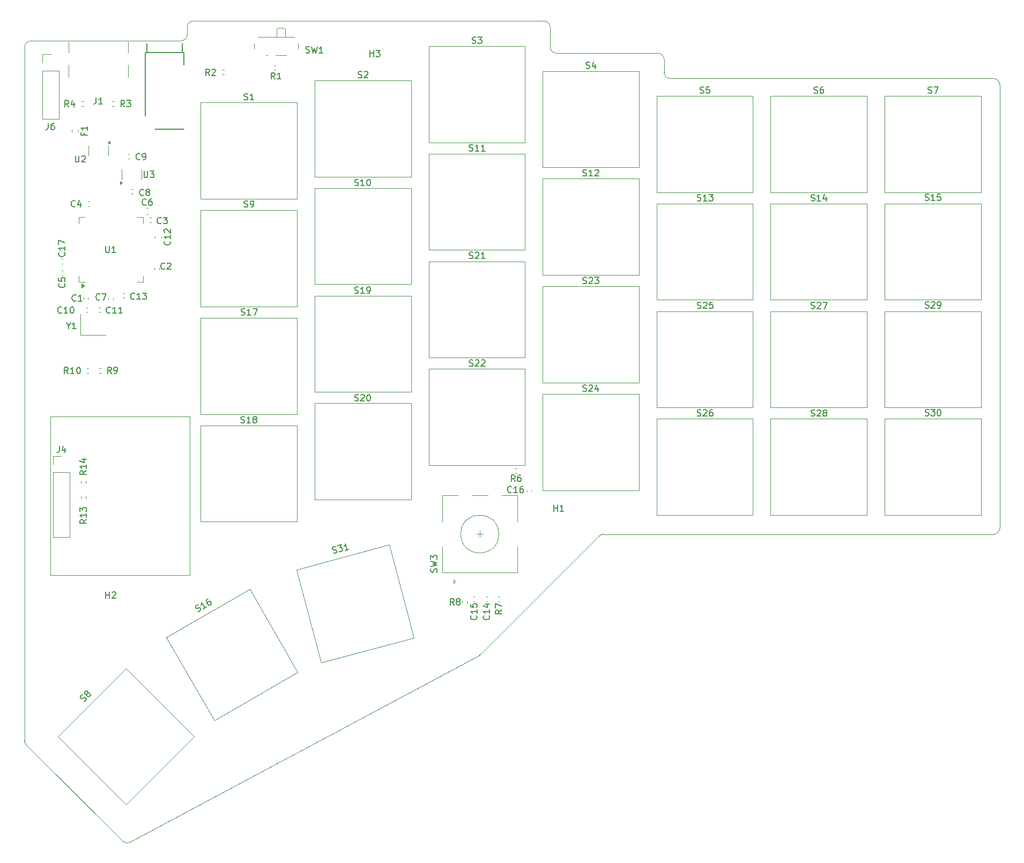
<source format=gbr>
%TF.GenerationSoftware,KiCad,Pcbnew,8.0.5*%
%TF.CreationDate,2024-10-11T21:29:17+02:00*%
%TF.ProjectId,vaucasy_right,76617563-6173-4795-9f72-696768742e6b,rev?*%
%TF.SameCoordinates,Original*%
%TF.FileFunction,Legend,Top*%
%TF.FilePolarity,Positive*%
%FSLAX46Y46*%
G04 Gerber Fmt 4.6, Leading zero omitted, Abs format (unit mm)*
G04 Created by KiCad (PCBNEW 8.0.5) date 2024-10-11 21:29:17*
%MOMM*%
%LPD*%
G01*
G04 APERTURE LIST*
%ADD10C,0.100000*%
%ADD11C,0.150000*%
%ADD12C,0.120000*%
%TA.AperFunction,Profile*%
%ADD13C,0.050000*%
%TD*%
G04 APERTURE END LIST*
D10*
X29112500Y-90427500D02*
X51112500Y-90427500D01*
X51112500Y-115427500D01*
X29112500Y-115427500D01*
X29112500Y-90427500D01*
D11*
X34373509Y-45620833D02*
X34373509Y-45954166D01*
X34897319Y-45954166D02*
X33897319Y-45954166D01*
X33897319Y-45954166D02*
X33897319Y-45477976D01*
X34897319Y-44573214D02*
X34897319Y-45144642D01*
X34897319Y-44858928D02*
X33897319Y-44858928D01*
X33897319Y-44858928D02*
X34040176Y-44954166D01*
X34040176Y-44954166D02*
X34135414Y-45049404D01*
X34135414Y-45049404D02*
X34183033Y-45144642D01*
X43875595Y-51642319D02*
X43875595Y-52451842D01*
X43875595Y-52451842D02*
X43923214Y-52547080D01*
X43923214Y-52547080D02*
X43970833Y-52594700D01*
X43970833Y-52594700D02*
X44066071Y-52642319D01*
X44066071Y-52642319D02*
X44256547Y-52642319D01*
X44256547Y-52642319D02*
X44351785Y-52594700D01*
X44351785Y-52594700D02*
X44399404Y-52547080D01*
X44399404Y-52547080D02*
X44447023Y-52451842D01*
X44447023Y-52451842D02*
X44447023Y-51642319D01*
X44827976Y-51642319D02*
X45447023Y-51642319D01*
X45447023Y-51642319D02*
X45113690Y-52023271D01*
X45113690Y-52023271D02*
X45256547Y-52023271D01*
X45256547Y-52023271D02*
X45351785Y-52070890D01*
X45351785Y-52070890D02*
X45399404Y-52118509D01*
X45399404Y-52118509D02*
X45447023Y-52213747D01*
X45447023Y-52213747D02*
X45447023Y-52451842D01*
X45447023Y-52451842D02*
X45399404Y-52547080D01*
X45399404Y-52547080D02*
X45351785Y-52594700D01*
X45351785Y-52594700D02*
X45256547Y-52642319D01*
X45256547Y-52642319D02*
X44970833Y-52642319D01*
X44970833Y-52642319D02*
X44875595Y-52594700D01*
X44875595Y-52594700D02*
X44827976Y-52547080D01*
X31894642Y-83617319D02*
X31561309Y-83141128D01*
X31323214Y-83617319D02*
X31323214Y-82617319D01*
X31323214Y-82617319D02*
X31704166Y-82617319D01*
X31704166Y-82617319D02*
X31799404Y-82664938D01*
X31799404Y-82664938D02*
X31847023Y-82712557D01*
X31847023Y-82712557D02*
X31894642Y-82807795D01*
X31894642Y-82807795D02*
X31894642Y-82950652D01*
X31894642Y-82950652D02*
X31847023Y-83045890D01*
X31847023Y-83045890D02*
X31799404Y-83093509D01*
X31799404Y-83093509D02*
X31704166Y-83141128D01*
X31704166Y-83141128D02*
X31323214Y-83141128D01*
X32847023Y-83617319D02*
X32275595Y-83617319D01*
X32561309Y-83617319D02*
X32561309Y-82617319D01*
X32561309Y-82617319D02*
X32466071Y-82760176D01*
X32466071Y-82760176D02*
X32370833Y-82855414D01*
X32370833Y-82855414D02*
X32275595Y-82903033D01*
X33466071Y-82617319D02*
X33561309Y-82617319D01*
X33561309Y-82617319D02*
X33656547Y-82664938D01*
X33656547Y-82664938D02*
X33704166Y-82712557D01*
X33704166Y-82712557D02*
X33751785Y-82807795D01*
X33751785Y-82807795D02*
X33799404Y-82998271D01*
X33799404Y-82998271D02*
X33799404Y-83236366D01*
X33799404Y-83236366D02*
X33751785Y-83426842D01*
X33751785Y-83426842D02*
X33704166Y-83522080D01*
X33704166Y-83522080D02*
X33656547Y-83569700D01*
X33656547Y-83569700D02*
X33561309Y-83617319D01*
X33561309Y-83617319D02*
X33466071Y-83617319D01*
X33466071Y-83617319D02*
X33370833Y-83569700D01*
X33370833Y-83569700D02*
X33323214Y-83522080D01*
X33323214Y-83522080D02*
X33275595Y-83426842D01*
X33275595Y-83426842D02*
X33227976Y-83236366D01*
X33227976Y-83236366D02*
X33227976Y-82998271D01*
X33227976Y-82998271D02*
X33275595Y-82807795D01*
X33275595Y-82807795D02*
X33323214Y-82712557D01*
X33323214Y-82712557D02*
X33370833Y-82664938D01*
X33370833Y-82664938D02*
X33466071Y-82617319D01*
X37800595Y-63492319D02*
X37800595Y-64301842D01*
X37800595Y-64301842D02*
X37848214Y-64397080D01*
X37848214Y-64397080D02*
X37895833Y-64444700D01*
X37895833Y-64444700D02*
X37991071Y-64492319D01*
X37991071Y-64492319D02*
X38181547Y-64492319D01*
X38181547Y-64492319D02*
X38276785Y-64444700D01*
X38276785Y-64444700D02*
X38324404Y-64397080D01*
X38324404Y-64397080D02*
X38372023Y-64301842D01*
X38372023Y-64301842D02*
X38372023Y-63492319D01*
X39372023Y-64492319D02*
X38800595Y-64492319D01*
X39086309Y-64492319D02*
X39086309Y-63492319D01*
X39086309Y-63492319D02*
X38991071Y-63635176D01*
X38991071Y-63635176D02*
X38895833Y-63730414D01*
X38895833Y-63730414D02*
X38800595Y-63778033D01*
X38544642Y-73997080D02*
X38497023Y-74044700D01*
X38497023Y-74044700D02*
X38354166Y-74092319D01*
X38354166Y-74092319D02*
X38258928Y-74092319D01*
X38258928Y-74092319D02*
X38116071Y-74044700D01*
X38116071Y-74044700D02*
X38020833Y-73949461D01*
X38020833Y-73949461D02*
X37973214Y-73854223D01*
X37973214Y-73854223D02*
X37925595Y-73663747D01*
X37925595Y-73663747D02*
X37925595Y-73520890D01*
X37925595Y-73520890D02*
X37973214Y-73330414D01*
X37973214Y-73330414D02*
X38020833Y-73235176D01*
X38020833Y-73235176D02*
X38116071Y-73139938D01*
X38116071Y-73139938D02*
X38258928Y-73092319D01*
X38258928Y-73092319D02*
X38354166Y-73092319D01*
X38354166Y-73092319D02*
X38497023Y-73139938D01*
X38497023Y-73139938D02*
X38544642Y-73187557D01*
X39497023Y-74092319D02*
X38925595Y-74092319D01*
X39211309Y-74092319D02*
X39211309Y-73092319D01*
X39211309Y-73092319D02*
X39116071Y-73235176D01*
X39116071Y-73235176D02*
X39020833Y-73330414D01*
X39020833Y-73330414D02*
X38925595Y-73378033D01*
X40449404Y-74092319D02*
X39877976Y-74092319D01*
X40163690Y-74092319D02*
X40163690Y-73092319D01*
X40163690Y-73092319D02*
X40068452Y-73235176D01*
X40068452Y-73235176D02*
X39973214Y-73330414D01*
X39973214Y-73330414D02*
X39877976Y-73378033D01*
X90094700Y-114995832D02*
X90142319Y-114852975D01*
X90142319Y-114852975D02*
X90142319Y-114614880D01*
X90142319Y-114614880D02*
X90094700Y-114519642D01*
X90094700Y-114519642D02*
X90047080Y-114472023D01*
X90047080Y-114472023D02*
X89951842Y-114424404D01*
X89951842Y-114424404D02*
X89856604Y-114424404D01*
X89856604Y-114424404D02*
X89761366Y-114472023D01*
X89761366Y-114472023D02*
X89713747Y-114519642D01*
X89713747Y-114519642D02*
X89666128Y-114614880D01*
X89666128Y-114614880D02*
X89618509Y-114805356D01*
X89618509Y-114805356D02*
X89570890Y-114900594D01*
X89570890Y-114900594D02*
X89523271Y-114948213D01*
X89523271Y-114948213D02*
X89428033Y-114995832D01*
X89428033Y-114995832D02*
X89332795Y-114995832D01*
X89332795Y-114995832D02*
X89237557Y-114948213D01*
X89237557Y-114948213D02*
X89189938Y-114900594D01*
X89189938Y-114900594D02*
X89142319Y-114805356D01*
X89142319Y-114805356D02*
X89142319Y-114567261D01*
X89142319Y-114567261D02*
X89189938Y-114424404D01*
X89142319Y-114091070D02*
X90142319Y-113852975D01*
X90142319Y-113852975D02*
X89428033Y-113662499D01*
X89428033Y-113662499D02*
X90142319Y-113472023D01*
X90142319Y-113472023D02*
X89142319Y-113233928D01*
X89142319Y-112948213D02*
X89142319Y-112329166D01*
X89142319Y-112329166D02*
X89523271Y-112662499D01*
X89523271Y-112662499D02*
X89523271Y-112519642D01*
X89523271Y-112519642D02*
X89570890Y-112424404D01*
X89570890Y-112424404D02*
X89618509Y-112376785D01*
X89618509Y-112376785D02*
X89713747Y-112329166D01*
X89713747Y-112329166D02*
X89951842Y-112329166D01*
X89951842Y-112329166D02*
X90047080Y-112376785D01*
X90047080Y-112376785D02*
X90094700Y-112424404D01*
X90094700Y-112424404D02*
X90142319Y-112519642D01*
X90142319Y-112519642D02*
X90142319Y-112805356D01*
X90142319Y-112805356D02*
X90094700Y-112900594D01*
X90094700Y-112900594D02*
X90047080Y-112948213D01*
X30479166Y-95072319D02*
X30479166Y-95786604D01*
X30479166Y-95786604D02*
X30431547Y-95929461D01*
X30431547Y-95929461D02*
X30336309Y-96024700D01*
X30336309Y-96024700D02*
X30193452Y-96072319D01*
X30193452Y-96072319D02*
X30098214Y-96072319D01*
X31383928Y-95405652D02*
X31383928Y-96072319D01*
X31145833Y-95024700D02*
X30907738Y-95738985D01*
X30907738Y-95738985D02*
X31526785Y-95738985D01*
X31297080Y-69404166D02*
X31344700Y-69451785D01*
X31344700Y-69451785D02*
X31392319Y-69594642D01*
X31392319Y-69594642D02*
X31392319Y-69689880D01*
X31392319Y-69689880D02*
X31344700Y-69832737D01*
X31344700Y-69832737D02*
X31249461Y-69927975D01*
X31249461Y-69927975D02*
X31154223Y-69975594D01*
X31154223Y-69975594D02*
X30963747Y-70023213D01*
X30963747Y-70023213D02*
X30820890Y-70023213D01*
X30820890Y-70023213D02*
X30630414Y-69975594D01*
X30630414Y-69975594D02*
X30535176Y-69927975D01*
X30535176Y-69927975D02*
X30439938Y-69832737D01*
X30439938Y-69832737D02*
X30392319Y-69689880D01*
X30392319Y-69689880D02*
X30392319Y-69594642D01*
X30392319Y-69594642D02*
X30439938Y-69451785D01*
X30439938Y-69451785D02*
X30487557Y-69404166D01*
X30392319Y-68499404D02*
X30392319Y-68975594D01*
X30392319Y-68975594D02*
X30868509Y-69023213D01*
X30868509Y-69023213D02*
X30820890Y-68975594D01*
X30820890Y-68975594D02*
X30773271Y-68880356D01*
X30773271Y-68880356D02*
X30773271Y-68642261D01*
X30773271Y-68642261D02*
X30820890Y-68547023D01*
X30820890Y-68547023D02*
X30868509Y-68499404D01*
X30868509Y-68499404D02*
X30963747Y-68451785D01*
X30963747Y-68451785D02*
X31201842Y-68451785D01*
X31201842Y-68451785D02*
X31297080Y-68499404D01*
X31297080Y-68499404D02*
X31344700Y-68547023D01*
X31344700Y-68547023D02*
X31392319Y-68642261D01*
X31392319Y-68642261D02*
X31392319Y-68880356D01*
X31392319Y-68880356D02*
X31344700Y-68975594D01*
X31344700Y-68975594D02*
X31297080Y-69023213D01*
X131688095Y-39294700D02*
X131830952Y-39342319D01*
X131830952Y-39342319D02*
X132069047Y-39342319D01*
X132069047Y-39342319D02*
X132164285Y-39294700D01*
X132164285Y-39294700D02*
X132211904Y-39247080D01*
X132211904Y-39247080D02*
X132259523Y-39151842D01*
X132259523Y-39151842D02*
X132259523Y-39056604D01*
X132259523Y-39056604D02*
X132211904Y-38961366D01*
X132211904Y-38961366D02*
X132164285Y-38913747D01*
X132164285Y-38913747D02*
X132069047Y-38866128D01*
X132069047Y-38866128D02*
X131878571Y-38818509D01*
X131878571Y-38818509D02*
X131783333Y-38770890D01*
X131783333Y-38770890D02*
X131735714Y-38723271D01*
X131735714Y-38723271D02*
X131688095Y-38628033D01*
X131688095Y-38628033D02*
X131688095Y-38532795D01*
X131688095Y-38532795D02*
X131735714Y-38437557D01*
X131735714Y-38437557D02*
X131783333Y-38389938D01*
X131783333Y-38389938D02*
X131878571Y-38342319D01*
X131878571Y-38342319D02*
X132116666Y-38342319D01*
X132116666Y-38342319D02*
X132259523Y-38389938D01*
X133164285Y-38342319D02*
X132688095Y-38342319D01*
X132688095Y-38342319D02*
X132640476Y-38818509D01*
X132640476Y-38818509D02*
X132688095Y-38770890D01*
X132688095Y-38770890D02*
X132783333Y-38723271D01*
X132783333Y-38723271D02*
X133021428Y-38723271D01*
X133021428Y-38723271D02*
X133116666Y-38770890D01*
X133116666Y-38770890D02*
X133164285Y-38818509D01*
X133164285Y-38818509D02*
X133211904Y-38913747D01*
X133211904Y-38913747D02*
X133211904Y-39151842D01*
X133211904Y-39151842D02*
X133164285Y-39247080D01*
X133164285Y-39247080D02*
X133116666Y-39294700D01*
X133116666Y-39294700D02*
X133021428Y-39342319D01*
X133021428Y-39342319D02*
X132783333Y-39342319D01*
X132783333Y-39342319D02*
X132688095Y-39294700D01*
X132688095Y-39294700D02*
X132640476Y-39247080D01*
X149211905Y-73294700D02*
X149354762Y-73342319D01*
X149354762Y-73342319D02*
X149592857Y-73342319D01*
X149592857Y-73342319D02*
X149688095Y-73294700D01*
X149688095Y-73294700D02*
X149735714Y-73247080D01*
X149735714Y-73247080D02*
X149783333Y-73151842D01*
X149783333Y-73151842D02*
X149783333Y-73056604D01*
X149783333Y-73056604D02*
X149735714Y-72961366D01*
X149735714Y-72961366D02*
X149688095Y-72913747D01*
X149688095Y-72913747D02*
X149592857Y-72866128D01*
X149592857Y-72866128D02*
X149402381Y-72818509D01*
X149402381Y-72818509D02*
X149307143Y-72770890D01*
X149307143Y-72770890D02*
X149259524Y-72723271D01*
X149259524Y-72723271D02*
X149211905Y-72628033D01*
X149211905Y-72628033D02*
X149211905Y-72532795D01*
X149211905Y-72532795D02*
X149259524Y-72437557D01*
X149259524Y-72437557D02*
X149307143Y-72389938D01*
X149307143Y-72389938D02*
X149402381Y-72342319D01*
X149402381Y-72342319D02*
X149640476Y-72342319D01*
X149640476Y-72342319D02*
X149783333Y-72389938D01*
X150164286Y-72437557D02*
X150211905Y-72389938D01*
X150211905Y-72389938D02*
X150307143Y-72342319D01*
X150307143Y-72342319D02*
X150545238Y-72342319D01*
X150545238Y-72342319D02*
X150640476Y-72389938D01*
X150640476Y-72389938D02*
X150688095Y-72437557D01*
X150688095Y-72437557D02*
X150735714Y-72532795D01*
X150735714Y-72532795D02*
X150735714Y-72628033D01*
X150735714Y-72628033D02*
X150688095Y-72770890D01*
X150688095Y-72770890D02*
X150116667Y-73342319D01*
X150116667Y-73342319D02*
X150735714Y-73342319D01*
X151069048Y-72342319D02*
X151735714Y-72342319D01*
X151735714Y-72342319D02*
X151307143Y-73342319D01*
X98347080Y-121855357D02*
X98394700Y-121902976D01*
X98394700Y-121902976D02*
X98442319Y-122045833D01*
X98442319Y-122045833D02*
X98442319Y-122141071D01*
X98442319Y-122141071D02*
X98394700Y-122283928D01*
X98394700Y-122283928D02*
X98299461Y-122379166D01*
X98299461Y-122379166D02*
X98204223Y-122426785D01*
X98204223Y-122426785D02*
X98013747Y-122474404D01*
X98013747Y-122474404D02*
X97870890Y-122474404D01*
X97870890Y-122474404D02*
X97680414Y-122426785D01*
X97680414Y-122426785D02*
X97585176Y-122379166D01*
X97585176Y-122379166D02*
X97489938Y-122283928D01*
X97489938Y-122283928D02*
X97442319Y-122141071D01*
X97442319Y-122141071D02*
X97442319Y-122045833D01*
X97442319Y-122045833D02*
X97489938Y-121902976D01*
X97489938Y-121902976D02*
X97537557Y-121855357D01*
X98442319Y-120902976D02*
X98442319Y-121474404D01*
X98442319Y-121188690D02*
X97442319Y-121188690D01*
X97442319Y-121188690D02*
X97585176Y-121283928D01*
X97585176Y-121283928D02*
X97680414Y-121379166D01*
X97680414Y-121379166D02*
X97728033Y-121474404D01*
X97775652Y-120045833D02*
X98442319Y-120045833D01*
X97394700Y-120283928D02*
X98108985Y-120522023D01*
X98108985Y-120522023D02*
X98108985Y-119902976D01*
X95688095Y-31419700D02*
X95830952Y-31467319D01*
X95830952Y-31467319D02*
X96069047Y-31467319D01*
X96069047Y-31467319D02*
X96164285Y-31419700D01*
X96164285Y-31419700D02*
X96211904Y-31372080D01*
X96211904Y-31372080D02*
X96259523Y-31276842D01*
X96259523Y-31276842D02*
X96259523Y-31181604D01*
X96259523Y-31181604D02*
X96211904Y-31086366D01*
X96211904Y-31086366D02*
X96164285Y-31038747D01*
X96164285Y-31038747D02*
X96069047Y-30991128D01*
X96069047Y-30991128D02*
X95878571Y-30943509D01*
X95878571Y-30943509D02*
X95783333Y-30895890D01*
X95783333Y-30895890D02*
X95735714Y-30848271D01*
X95735714Y-30848271D02*
X95688095Y-30753033D01*
X95688095Y-30753033D02*
X95688095Y-30657795D01*
X95688095Y-30657795D02*
X95735714Y-30562557D01*
X95735714Y-30562557D02*
X95783333Y-30514938D01*
X95783333Y-30514938D02*
X95878571Y-30467319D01*
X95878571Y-30467319D02*
X96116666Y-30467319D01*
X96116666Y-30467319D02*
X96259523Y-30514938D01*
X96592857Y-30467319D02*
X97211904Y-30467319D01*
X97211904Y-30467319D02*
X96878571Y-30848271D01*
X96878571Y-30848271D02*
X97021428Y-30848271D01*
X97021428Y-30848271D02*
X97116666Y-30895890D01*
X97116666Y-30895890D02*
X97164285Y-30943509D01*
X97164285Y-30943509D02*
X97211904Y-31038747D01*
X97211904Y-31038747D02*
X97211904Y-31276842D01*
X97211904Y-31276842D02*
X97164285Y-31372080D01*
X97164285Y-31372080D02*
X97116666Y-31419700D01*
X97116666Y-31419700D02*
X97021428Y-31467319D01*
X97021428Y-31467319D02*
X96735714Y-31467319D01*
X96735714Y-31467319D02*
X96640476Y-31419700D01*
X96640476Y-31419700D02*
X96592857Y-31372080D01*
X77136905Y-70894700D02*
X77279762Y-70942319D01*
X77279762Y-70942319D02*
X77517857Y-70942319D01*
X77517857Y-70942319D02*
X77613095Y-70894700D01*
X77613095Y-70894700D02*
X77660714Y-70847080D01*
X77660714Y-70847080D02*
X77708333Y-70751842D01*
X77708333Y-70751842D02*
X77708333Y-70656604D01*
X77708333Y-70656604D02*
X77660714Y-70561366D01*
X77660714Y-70561366D02*
X77613095Y-70513747D01*
X77613095Y-70513747D02*
X77517857Y-70466128D01*
X77517857Y-70466128D02*
X77327381Y-70418509D01*
X77327381Y-70418509D02*
X77232143Y-70370890D01*
X77232143Y-70370890D02*
X77184524Y-70323271D01*
X77184524Y-70323271D02*
X77136905Y-70228033D01*
X77136905Y-70228033D02*
X77136905Y-70132795D01*
X77136905Y-70132795D02*
X77184524Y-70037557D01*
X77184524Y-70037557D02*
X77232143Y-69989938D01*
X77232143Y-69989938D02*
X77327381Y-69942319D01*
X77327381Y-69942319D02*
X77565476Y-69942319D01*
X77565476Y-69942319D02*
X77708333Y-69989938D01*
X78660714Y-70942319D02*
X78089286Y-70942319D01*
X78375000Y-70942319D02*
X78375000Y-69942319D01*
X78375000Y-69942319D02*
X78279762Y-70085176D01*
X78279762Y-70085176D02*
X78184524Y-70180414D01*
X78184524Y-70180414D02*
X78089286Y-70228033D01*
X79136905Y-70942319D02*
X79327381Y-70942319D01*
X79327381Y-70942319D02*
X79422619Y-70894700D01*
X79422619Y-70894700D02*
X79470238Y-70847080D01*
X79470238Y-70847080D02*
X79565476Y-70704223D01*
X79565476Y-70704223D02*
X79613095Y-70513747D01*
X79613095Y-70513747D02*
X79613095Y-70132795D01*
X79613095Y-70132795D02*
X79565476Y-70037557D01*
X79565476Y-70037557D02*
X79517857Y-69989938D01*
X79517857Y-69989938D02*
X79422619Y-69942319D01*
X79422619Y-69942319D02*
X79232143Y-69942319D01*
X79232143Y-69942319D02*
X79136905Y-69989938D01*
X79136905Y-69989938D02*
X79089286Y-70037557D01*
X79089286Y-70037557D02*
X79041667Y-70132795D01*
X79041667Y-70132795D02*
X79041667Y-70370890D01*
X79041667Y-70370890D02*
X79089286Y-70466128D01*
X79089286Y-70466128D02*
X79136905Y-70513747D01*
X79136905Y-70513747D02*
X79232143Y-70561366D01*
X79232143Y-70561366D02*
X79422619Y-70561366D01*
X79422619Y-70561366D02*
X79517857Y-70513747D01*
X79517857Y-70513747D02*
X79565476Y-70466128D01*
X79565476Y-70466128D02*
X79613095Y-70370890D01*
X100377319Y-120954166D02*
X99901128Y-121287499D01*
X100377319Y-121525594D02*
X99377319Y-121525594D01*
X99377319Y-121525594D02*
X99377319Y-121144642D01*
X99377319Y-121144642D02*
X99424938Y-121049404D01*
X99424938Y-121049404D02*
X99472557Y-121001785D01*
X99472557Y-121001785D02*
X99567795Y-120954166D01*
X99567795Y-120954166D02*
X99710652Y-120954166D01*
X99710652Y-120954166D02*
X99805890Y-121001785D01*
X99805890Y-121001785D02*
X99853509Y-121049404D01*
X99853509Y-121049404D02*
X99901128Y-121144642D01*
X99901128Y-121144642D02*
X99901128Y-121525594D01*
X99377319Y-120620832D02*
X99377319Y-119954166D01*
X99377319Y-119954166D02*
X100377319Y-120382737D01*
X149211905Y-90294700D02*
X149354762Y-90342319D01*
X149354762Y-90342319D02*
X149592857Y-90342319D01*
X149592857Y-90342319D02*
X149688095Y-90294700D01*
X149688095Y-90294700D02*
X149735714Y-90247080D01*
X149735714Y-90247080D02*
X149783333Y-90151842D01*
X149783333Y-90151842D02*
X149783333Y-90056604D01*
X149783333Y-90056604D02*
X149735714Y-89961366D01*
X149735714Y-89961366D02*
X149688095Y-89913747D01*
X149688095Y-89913747D02*
X149592857Y-89866128D01*
X149592857Y-89866128D02*
X149402381Y-89818509D01*
X149402381Y-89818509D02*
X149307143Y-89770890D01*
X149307143Y-89770890D02*
X149259524Y-89723271D01*
X149259524Y-89723271D02*
X149211905Y-89628033D01*
X149211905Y-89628033D02*
X149211905Y-89532795D01*
X149211905Y-89532795D02*
X149259524Y-89437557D01*
X149259524Y-89437557D02*
X149307143Y-89389938D01*
X149307143Y-89389938D02*
X149402381Y-89342319D01*
X149402381Y-89342319D02*
X149640476Y-89342319D01*
X149640476Y-89342319D02*
X149783333Y-89389938D01*
X150164286Y-89437557D02*
X150211905Y-89389938D01*
X150211905Y-89389938D02*
X150307143Y-89342319D01*
X150307143Y-89342319D02*
X150545238Y-89342319D01*
X150545238Y-89342319D02*
X150640476Y-89389938D01*
X150640476Y-89389938D02*
X150688095Y-89437557D01*
X150688095Y-89437557D02*
X150735714Y-89532795D01*
X150735714Y-89532795D02*
X150735714Y-89628033D01*
X150735714Y-89628033D02*
X150688095Y-89770890D01*
X150688095Y-89770890D02*
X150116667Y-90342319D01*
X150116667Y-90342319D02*
X150735714Y-90342319D01*
X151307143Y-89770890D02*
X151211905Y-89723271D01*
X151211905Y-89723271D02*
X151164286Y-89675652D01*
X151164286Y-89675652D02*
X151116667Y-89580414D01*
X151116667Y-89580414D02*
X151116667Y-89532795D01*
X151116667Y-89532795D02*
X151164286Y-89437557D01*
X151164286Y-89437557D02*
X151211905Y-89389938D01*
X151211905Y-89389938D02*
X151307143Y-89342319D01*
X151307143Y-89342319D02*
X151497619Y-89342319D01*
X151497619Y-89342319D02*
X151592857Y-89389938D01*
X151592857Y-89389938D02*
X151640476Y-89437557D01*
X151640476Y-89437557D02*
X151688095Y-89532795D01*
X151688095Y-89532795D02*
X151688095Y-89580414D01*
X151688095Y-89580414D02*
X151640476Y-89675652D01*
X151640476Y-89675652D02*
X151592857Y-89723271D01*
X151592857Y-89723271D02*
X151497619Y-89770890D01*
X151497619Y-89770890D02*
X151307143Y-89770890D01*
X151307143Y-89770890D02*
X151211905Y-89818509D01*
X151211905Y-89818509D02*
X151164286Y-89866128D01*
X151164286Y-89866128D02*
X151116667Y-89961366D01*
X151116667Y-89961366D02*
X151116667Y-90151842D01*
X151116667Y-90151842D02*
X151164286Y-90247080D01*
X151164286Y-90247080D02*
X151211905Y-90294700D01*
X151211905Y-90294700D02*
X151307143Y-90342319D01*
X151307143Y-90342319D02*
X151497619Y-90342319D01*
X151497619Y-90342319D02*
X151592857Y-90294700D01*
X151592857Y-90294700D02*
X151640476Y-90247080D01*
X151640476Y-90247080D02*
X151688095Y-90151842D01*
X151688095Y-90151842D02*
X151688095Y-89961366D01*
X151688095Y-89961366D02*
X151640476Y-89866128D01*
X151640476Y-89866128D02*
X151592857Y-89818509D01*
X151592857Y-89818509D02*
X151497619Y-89770890D01*
X79538095Y-33554819D02*
X79538095Y-32554819D01*
X79538095Y-33031009D02*
X80109523Y-33031009D01*
X80109523Y-33554819D02*
X80109523Y-32554819D01*
X80490476Y-32554819D02*
X81109523Y-32554819D01*
X81109523Y-32554819D02*
X80776190Y-32935771D01*
X80776190Y-32935771D02*
X80919047Y-32935771D01*
X80919047Y-32935771D02*
X81014285Y-32983390D01*
X81014285Y-32983390D02*
X81061904Y-33031009D01*
X81061904Y-33031009D02*
X81109523Y-33126247D01*
X81109523Y-33126247D02*
X81109523Y-33364342D01*
X81109523Y-33364342D02*
X81061904Y-33459580D01*
X81061904Y-33459580D02*
X81014285Y-33507200D01*
X81014285Y-33507200D02*
X80919047Y-33554819D01*
X80919047Y-33554819D02*
X80633333Y-33554819D01*
X80633333Y-33554819D02*
X80538095Y-33507200D01*
X80538095Y-33507200D02*
X80490476Y-33459580D01*
X167688095Y-39294700D02*
X167830952Y-39342319D01*
X167830952Y-39342319D02*
X168069047Y-39342319D01*
X168069047Y-39342319D02*
X168164285Y-39294700D01*
X168164285Y-39294700D02*
X168211904Y-39247080D01*
X168211904Y-39247080D02*
X168259523Y-39151842D01*
X168259523Y-39151842D02*
X168259523Y-39056604D01*
X168259523Y-39056604D02*
X168211904Y-38961366D01*
X168211904Y-38961366D02*
X168164285Y-38913747D01*
X168164285Y-38913747D02*
X168069047Y-38866128D01*
X168069047Y-38866128D02*
X167878571Y-38818509D01*
X167878571Y-38818509D02*
X167783333Y-38770890D01*
X167783333Y-38770890D02*
X167735714Y-38723271D01*
X167735714Y-38723271D02*
X167688095Y-38628033D01*
X167688095Y-38628033D02*
X167688095Y-38532795D01*
X167688095Y-38532795D02*
X167735714Y-38437557D01*
X167735714Y-38437557D02*
X167783333Y-38389938D01*
X167783333Y-38389938D02*
X167878571Y-38342319D01*
X167878571Y-38342319D02*
X168116666Y-38342319D01*
X168116666Y-38342319D02*
X168259523Y-38389938D01*
X168592857Y-38342319D02*
X169259523Y-38342319D01*
X169259523Y-38342319D02*
X168830952Y-39342319D01*
X69441667Y-32907200D02*
X69584524Y-32954819D01*
X69584524Y-32954819D02*
X69822619Y-32954819D01*
X69822619Y-32954819D02*
X69917857Y-32907200D01*
X69917857Y-32907200D02*
X69965476Y-32859580D01*
X69965476Y-32859580D02*
X70013095Y-32764342D01*
X70013095Y-32764342D02*
X70013095Y-32669104D01*
X70013095Y-32669104D02*
X69965476Y-32573866D01*
X69965476Y-32573866D02*
X69917857Y-32526247D01*
X69917857Y-32526247D02*
X69822619Y-32478628D01*
X69822619Y-32478628D02*
X69632143Y-32431009D01*
X69632143Y-32431009D02*
X69536905Y-32383390D01*
X69536905Y-32383390D02*
X69489286Y-32335771D01*
X69489286Y-32335771D02*
X69441667Y-32240533D01*
X69441667Y-32240533D02*
X69441667Y-32145295D01*
X69441667Y-32145295D02*
X69489286Y-32050057D01*
X69489286Y-32050057D02*
X69536905Y-32002438D01*
X69536905Y-32002438D02*
X69632143Y-31954819D01*
X69632143Y-31954819D02*
X69870238Y-31954819D01*
X69870238Y-31954819D02*
X70013095Y-32002438D01*
X70346429Y-31954819D02*
X70584524Y-32954819D01*
X70584524Y-32954819D02*
X70775000Y-32240533D01*
X70775000Y-32240533D02*
X70965476Y-32954819D01*
X70965476Y-32954819D02*
X71203572Y-31954819D01*
X72108333Y-32954819D02*
X71536905Y-32954819D01*
X71822619Y-32954819D02*
X71822619Y-31954819D01*
X71822619Y-31954819D02*
X71727381Y-32097676D01*
X71727381Y-32097676D02*
X71632143Y-32192914D01*
X71632143Y-32192914D02*
X71536905Y-32240533D01*
X167236905Y-90219700D02*
X167379762Y-90267319D01*
X167379762Y-90267319D02*
X167617857Y-90267319D01*
X167617857Y-90267319D02*
X167713095Y-90219700D01*
X167713095Y-90219700D02*
X167760714Y-90172080D01*
X167760714Y-90172080D02*
X167808333Y-90076842D01*
X167808333Y-90076842D02*
X167808333Y-89981604D01*
X167808333Y-89981604D02*
X167760714Y-89886366D01*
X167760714Y-89886366D02*
X167713095Y-89838747D01*
X167713095Y-89838747D02*
X167617857Y-89791128D01*
X167617857Y-89791128D02*
X167427381Y-89743509D01*
X167427381Y-89743509D02*
X167332143Y-89695890D01*
X167332143Y-89695890D02*
X167284524Y-89648271D01*
X167284524Y-89648271D02*
X167236905Y-89553033D01*
X167236905Y-89553033D02*
X167236905Y-89457795D01*
X167236905Y-89457795D02*
X167284524Y-89362557D01*
X167284524Y-89362557D02*
X167332143Y-89314938D01*
X167332143Y-89314938D02*
X167427381Y-89267319D01*
X167427381Y-89267319D02*
X167665476Y-89267319D01*
X167665476Y-89267319D02*
X167808333Y-89314938D01*
X168141667Y-89267319D02*
X168760714Y-89267319D01*
X168760714Y-89267319D02*
X168427381Y-89648271D01*
X168427381Y-89648271D02*
X168570238Y-89648271D01*
X168570238Y-89648271D02*
X168665476Y-89695890D01*
X168665476Y-89695890D02*
X168713095Y-89743509D01*
X168713095Y-89743509D02*
X168760714Y-89838747D01*
X168760714Y-89838747D02*
X168760714Y-90076842D01*
X168760714Y-90076842D02*
X168713095Y-90172080D01*
X168713095Y-90172080D02*
X168665476Y-90219700D01*
X168665476Y-90219700D02*
X168570238Y-90267319D01*
X168570238Y-90267319D02*
X168284524Y-90267319D01*
X168284524Y-90267319D02*
X168189286Y-90219700D01*
X168189286Y-90219700D02*
X168141667Y-90172080D01*
X169379762Y-89267319D02*
X169475000Y-89267319D01*
X169475000Y-89267319D02*
X169570238Y-89314938D01*
X169570238Y-89314938D02*
X169617857Y-89362557D01*
X169617857Y-89362557D02*
X169665476Y-89457795D01*
X169665476Y-89457795D02*
X169713095Y-89648271D01*
X169713095Y-89648271D02*
X169713095Y-89886366D01*
X169713095Y-89886366D02*
X169665476Y-90076842D01*
X169665476Y-90076842D02*
X169617857Y-90172080D01*
X169617857Y-90172080D02*
X169570238Y-90219700D01*
X169570238Y-90219700D02*
X169475000Y-90267319D01*
X169475000Y-90267319D02*
X169379762Y-90267319D01*
X169379762Y-90267319D02*
X169284524Y-90219700D01*
X169284524Y-90219700D02*
X169236905Y-90172080D01*
X169236905Y-90172080D02*
X169189286Y-90076842D01*
X169189286Y-90076842D02*
X169141667Y-89886366D01*
X169141667Y-89886366D02*
X169141667Y-89648271D01*
X169141667Y-89648271D02*
X169189286Y-89457795D01*
X169189286Y-89457795D02*
X169236905Y-89362557D01*
X169236905Y-89362557D02*
X169284524Y-89314938D01*
X169284524Y-89314938D02*
X169379762Y-89267319D01*
X37838095Y-119079819D02*
X37838095Y-118079819D01*
X37838095Y-118556009D02*
X38409523Y-118556009D01*
X38409523Y-119079819D02*
X38409523Y-118079819D01*
X38838095Y-118175057D02*
X38885714Y-118127438D01*
X38885714Y-118127438D02*
X38980952Y-118079819D01*
X38980952Y-118079819D02*
X39219047Y-118079819D01*
X39219047Y-118079819D02*
X39314285Y-118127438D01*
X39314285Y-118127438D02*
X39361904Y-118175057D01*
X39361904Y-118175057D02*
X39409523Y-118270295D01*
X39409523Y-118270295D02*
X39409523Y-118365533D01*
X39409523Y-118365533D02*
X39361904Y-118508390D01*
X39361904Y-118508390D02*
X38790476Y-119079819D01*
X38790476Y-119079819D02*
X39409523Y-119079819D01*
X102458333Y-100649819D02*
X102125000Y-100173628D01*
X101886905Y-100649819D02*
X101886905Y-99649819D01*
X101886905Y-99649819D02*
X102267857Y-99649819D01*
X102267857Y-99649819D02*
X102363095Y-99697438D01*
X102363095Y-99697438D02*
X102410714Y-99745057D01*
X102410714Y-99745057D02*
X102458333Y-99840295D01*
X102458333Y-99840295D02*
X102458333Y-99983152D01*
X102458333Y-99983152D02*
X102410714Y-100078390D01*
X102410714Y-100078390D02*
X102363095Y-100126009D01*
X102363095Y-100126009D02*
X102267857Y-100173628D01*
X102267857Y-100173628D02*
X101886905Y-100173628D01*
X103315476Y-99649819D02*
X103125000Y-99649819D01*
X103125000Y-99649819D02*
X103029762Y-99697438D01*
X103029762Y-99697438D02*
X102982143Y-99745057D01*
X102982143Y-99745057D02*
X102886905Y-99887914D01*
X102886905Y-99887914D02*
X102839286Y-100078390D01*
X102839286Y-100078390D02*
X102839286Y-100459342D01*
X102839286Y-100459342D02*
X102886905Y-100554580D01*
X102886905Y-100554580D02*
X102934524Y-100602200D01*
X102934524Y-100602200D02*
X103029762Y-100649819D01*
X103029762Y-100649819D02*
X103220238Y-100649819D01*
X103220238Y-100649819D02*
X103315476Y-100602200D01*
X103315476Y-100602200D02*
X103363095Y-100554580D01*
X103363095Y-100554580D02*
X103410714Y-100459342D01*
X103410714Y-100459342D02*
X103410714Y-100221247D01*
X103410714Y-100221247D02*
X103363095Y-100126009D01*
X103363095Y-100126009D02*
X103315476Y-100078390D01*
X103315476Y-100078390D02*
X103220238Y-100030771D01*
X103220238Y-100030771D02*
X103029762Y-100030771D01*
X103029762Y-100030771D02*
X102934524Y-100078390D01*
X102934524Y-100078390D02*
X102886905Y-100126009D01*
X102886905Y-100126009D02*
X102839286Y-100221247D01*
X108563095Y-105354819D02*
X108563095Y-104354819D01*
X108563095Y-104831009D02*
X109134523Y-104831009D01*
X109134523Y-105354819D02*
X109134523Y-104354819D01*
X110134523Y-105354819D02*
X109563095Y-105354819D01*
X109848809Y-105354819D02*
X109848809Y-104354819D01*
X109848809Y-104354819D02*
X109753571Y-104497676D01*
X109753571Y-104497676D02*
X109658333Y-104592914D01*
X109658333Y-104592914D02*
X109563095Y-104640533D01*
X149211905Y-56294700D02*
X149354762Y-56342319D01*
X149354762Y-56342319D02*
X149592857Y-56342319D01*
X149592857Y-56342319D02*
X149688095Y-56294700D01*
X149688095Y-56294700D02*
X149735714Y-56247080D01*
X149735714Y-56247080D02*
X149783333Y-56151842D01*
X149783333Y-56151842D02*
X149783333Y-56056604D01*
X149783333Y-56056604D02*
X149735714Y-55961366D01*
X149735714Y-55961366D02*
X149688095Y-55913747D01*
X149688095Y-55913747D02*
X149592857Y-55866128D01*
X149592857Y-55866128D02*
X149402381Y-55818509D01*
X149402381Y-55818509D02*
X149307143Y-55770890D01*
X149307143Y-55770890D02*
X149259524Y-55723271D01*
X149259524Y-55723271D02*
X149211905Y-55628033D01*
X149211905Y-55628033D02*
X149211905Y-55532795D01*
X149211905Y-55532795D02*
X149259524Y-55437557D01*
X149259524Y-55437557D02*
X149307143Y-55389938D01*
X149307143Y-55389938D02*
X149402381Y-55342319D01*
X149402381Y-55342319D02*
X149640476Y-55342319D01*
X149640476Y-55342319D02*
X149783333Y-55389938D01*
X150735714Y-56342319D02*
X150164286Y-56342319D01*
X150450000Y-56342319D02*
X150450000Y-55342319D01*
X150450000Y-55342319D02*
X150354762Y-55485176D01*
X150354762Y-55485176D02*
X150259524Y-55580414D01*
X150259524Y-55580414D02*
X150164286Y-55628033D01*
X151592857Y-55675652D02*
X151592857Y-56342319D01*
X151354762Y-55294700D02*
X151116667Y-56008985D01*
X151116667Y-56008985D02*
X151735714Y-56008985D01*
X43220833Y-49722080D02*
X43173214Y-49769700D01*
X43173214Y-49769700D02*
X43030357Y-49817319D01*
X43030357Y-49817319D02*
X42935119Y-49817319D01*
X42935119Y-49817319D02*
X42792262Y-49769700D01*
X42792262Y-49769700D02*
X42697024Y-49674461D01*
X42697024Y-49674461D02*
X42649405Y-49579223D01*
X42649405Y-49579223D02*
X42601786Y-49388747D01*
X42601786Y-49388747D02*
X42601786Y-49245890D01*
X42601786Y-49245890D02*
X42649405Y-49055414D01*
X42649405Y-49055414D02*
X42697024Y-48960176D01*
X42697024Y-48960176D02*
X42792262Y-48864938D01*
X42792262Y-48864938D02*
X42935119Y-48817319D01*
X42935119Y-48817319D02*
X43030357Y-48817319D01*
X43030357Y-48817319D02*
X43173214Y-48864938D01*
X43173214Y-48864938D02*
X43220833Y-48912557D01*
X43697024Y-49817319D02*
X43887500Y-49817319D01*
X43887500Y-49817319D02*
X43982738Y-49769700D01*
X43982738Y-49769700D02*
X44030357Y-49722080D01*
X44030357Y-49722080D02*
X44125595Y-49579223D01*
X44125595Y-49579223D02*
X44173214Y-49388747D01*
X44173214Y-49388747D02*
X44173214Y-49007795D01*
X44173214Y-49007795D02*
X44125595Y-48912557D01*
X44125595Y-48912557D02*
X44077976Y-48864938D01*
X44077976Y-48864938D02*
X43982738Y-48817319D01*
X43982738Y-48817319D02*
X43792262Y-48817319D01*
X43792262Y-48817319D02*
X43697024Y-48864938D01*
X43697024Y-48864938D02*
X43649405Y-48912557D01*
X43649405Y-48912557D02*
X43601786Y-49007795D01*
X43601786Y-49007795D02*
X43601786Y-49245890D01*
X43601786Y-49245890D02*
X43649405Y-49341128D01*
X43649405Y-49341128D02*
X43697024Y-49388747D01*
X43697024Y-49388747D02*
X43792262Y-49436366D01*
X43792262Y-49436366D02*
X43982738Y-49436366D01*
X43982738Y-49436366D02*
X44077976Y-49388747D01*
X44077976Y-49388747D02*
X44125595Y-49341128D01*
X44125595Y-49341128D02*
X44173214Y-49245890D01*
X149688095Y-39294700D02*
X149830952Y-39342319D01*
X149830952Y-39342319D02*
X150069047Y-39342319D01*
X150069047Y-39342319D02*
X150164285Y-39294700D01*
X150164285Y-39294700D02*
X150211904Y-39247080D01*
X150211904Y-39247080D02*
X150259523Y-39151842D01*
X150259523Y-39151842D02*
X150259523Y-39056604D01*
X150259523Y-39056604D02*
X150211904Y-38961366D01*
X150211904Y-38961366D02*
X150164285Y-38913747D01*
X150164285Y-38913747D02*
X150069047Y-38866128D01*
X150069047Y-38866128D02*
X149878571Y-38818509D01*
X149878571Y-38818509D02*
X149783333Y-38770890D01*
X149783333Y-38770890D02*
X149735714Y-38723271D01*
X149735714Y-38723271D02*
X149688095Y-38628033D01*
X149688095Y-38628033D02*
X149688095Y-38532795D01*
X149688095Y-38532795D02*
X149735714Y-38437557D01*
X149735714Y-38437557D02*
X149783333Y-38389938D01*
X149783333Y-38389938D02*
X149878571Y-38342319D01*
X149878571Y-38342319D02*
X150116666Y-38342319D01*
X150116666Y-38342319D02*
X150259523Y-38389938D01*
X151116666Y-38342319D02*
X150926190Y-38342319D01*
X150926190Y-38342319D02*
X150830952Y-38389938D01*
X150830952Y-38389938D02*
X150783333Y-38437557D01*
X150783333Y-38437557D02*
X150688095Y-38580414D01*
X150688095Y-38580414D02*
X150640476Y-38770890D01*
X150640476Y-38770890D02*
X150640476Y-39151842D01*
X150640476Y-39151842D02*
X150688095Y-39247080D01*
X150688095Y-39247080D02*
X150735714Y-39294700D01*
X150735714Y-39294700D02*
X150830952Y-39342319D01*
X150830952Y-39342319D02*
X151021428Y-39342319D01*
X151021428Y-39342319D02*
X151116666Y-39294700D01*
X151116666Y-39294700D02*
X151164285Y-39247080D01*
X151164285Y-39247080D02*
X151211904Y-39151842D01*
X151211904Y-39151842D02*
X151211904Y-38913747D01*
X151211904Y-38913747D02*
X151164285Y-38818509D01*
X151164285Y-38818509D02*
X151116666Y-38770890D01*
X151116666Y-38770890D02*
X151021428Y-38723271D01*
X151021428Y-38723271D02*
X150830952Y-38723271D01*
X150830952Y-38723271D02*
X150735714Y-38770890D01*
X150735714Y-38770890D02*
X150688095Y-38818509D01*
X150688095Y-38818509D02*
X150640476Y-38913747D01*
X64545833Y-37079819D02*
X64212500Y-36603628D01*
X63974405Y-37079819D02*
X63974405Y-36079819D01*
X63974405Y-36079819D02*
X64355357Y-36079819D01*
X64355357Y-36079819D02*
X64450595Y-36127438D01*
X64450595Y-36127438D02*
X64498214Y-36175057D01*
X64498214Y-36175057D02*
X64545833Y-36270295D01*
X64545833Y-36270295D02*
X64545833Y-36413152D01*
X64545833Y-36413152D02*
X64498214Y-36508390D01*
X64498214Y-36508390D02*
X64450595Y-36556009D01*
X64450595Y-36556009D02*
X64355357Y-36603628D01*
X64355357Y-36603628D02*
X63974405Y-36603628D01*
X65498214Y-37079819D02*
X64926786Y-37079819D01*
X65212500Y-37079819D02*
X65212500Y-36079819D01*
X65212500Y-36079819D02*
X65117262Y-36222676D01*
X65117262Y-36222676D02*
X65022024Y-36317914D01*
X65022024Y-36317914D02*
X64926786Y-36365533D01*
X167236905Y-56219700D02*
X167379762Y-56267319D01*
X167379762Y-56267319D02*
X167617857Y-56267319D01*
X167617857Y-56267319D02*
X167713095Y-56219700D01*
X167713095Y-56219700D02*
X167760714Y-56172080D01*
X167760714Y-56172080D02*
X167808333Y-56076842D01*
X167808333Y-56076842D02*
X167808333Y-55981604D01*
X167808333Y-55981604D02*
X167760714Y-55886366D01*
X167760714Y-55886366D02*
X167713095Y-55838747D01*
X167713095Y-55838747D02*
X167617857Y-55791128D01*
X167617857Y-55791128D02*
X167427381Y-55743509D01*
X167427381Y-55743509D02*
X167332143Y-55695890D01*
X167332143Y-55695890D02*
X167284524Y-55648271D01*
X167284524Y-55648271D02*
X167236905Y-55553033D01*
X167236905Y-55553033D02*
X167236905Y-55457795D01*
X167236905Y-55457795D02*
X167284524Y-55362557D01*
X167284524Y-55362557D02*
X167332143Y-55314938D01*
X167332143Y-55314938D02*
X167427381Y-55267319D01*
X167427381Y-55267319D02*
X167665476Y-55267319D01*
X167665476Y-55267319D02*
X167808333Y-55314938D01*
X168760714Y-56267319D02*
X168189286Y-56267319D01*
X168475000Y-56267319D02*
X168475000Y-55267319D01*
X168475000Y-55267319D02*
X168379762Y-55410176D01*
X168379762Y-55410176D02*
X168284524Y-55505414D01*
X168284524Y-55505414D02*
X168189286Y-55553033D01*
X169665476Y-55267319D02*
X169189286Y-55267319D01*
X169189286Y-55267319D02*
X169141667Y-55743509D01*
X169141667Y-55743509D02*
X169189286Y-55695890D01*
X169189286Y-55695890D02*
X169284524Y-55648271D01*
X169284524Y-55648271D02*
X169522619Y-55648271D01*
X169522619Y-55648271D02*
X169617857Y-55695890D01*
X169617857Y-55695890D02*
X169665476Y-55743509D01*
X169665476Y-55743509D02*
X169713095Y-55838747D01*
X169713095Y-55838747D02*
X169713095Y-56076842D01*
X169713095Y-56076842D02*
X169665476Y-56172080D01*
X169665476Y-56172080D02*
X169617857Y-56219700D01*
X169617857Y-56219700D02*
X169522619Y-56267319D01*
X169522619Y-56267319D02*
X169284524Y-56267319D01*
X169284524Y-56267319D02*
X169189286Y-56219700D01*
X169189286Y-56219700D02*
X169141667Y-56172080D01*
X167236905Y-73219700D02*
X167379762Y-73267319D01*
X167379762Y-73267319D02*
X167617857Y-73267319D01*
X167617857Y-73267319D02*
X167713095Y-73219700D01*
X167713095Y-73219700D02*
X167760714Y-73172080D01*
X167760714Y-73172080D02*
X167808333Y-73076842D01*
X167808333Y-73076842D02*
X167808333Y-72981604D01*
X167808333Y-72981604D02*
X167760714Y-72886366D01*
X167760714Y-72886366D02*
X167713095Y-72838747D01*
X167713095Y-72838747D02*
X167617857Y-72791128D01*
X167617857Y-72791128D02*
X167427381Y-72743509D01*
X167427381Y-72743509D02*
X167332143Y-72695890D01*
X167332143Y-72695890D02*
X167284524Y-72648271D01*
X167284524Y-72648271D02*
X167236905Y-72553033D01*
X167236905Y-72553033D02*
X167236905Y-72457795D01*
X167236905Y-72457795D02*
X167284524Y-72362557D01*
X167284524Y-72362557D02*
X167332143Y-72314938D01*
X167332143Y-72314938D02*
X167427381Y-72267319D01*
X167427381Y-72267319D02*
X167665476Y-72267319D01*
X167665476Y-72267319D02*
X167808333Y-72314938D01*
X168189286Y-72362557D02*
X168236905Y-72314938D01*
X168236905Y-72314938D02*
X168332143Y-72267319D01*
X168332143Y-72267319D02*
X168570238Y-72267319D01*
X168570238Y-72267319D02*
X168665476Y-72314938D01*
X168665476Y-72314938D02*
X168713095Y-72362557D01*
X168713095Y-72362557D02*
X168760714Y-72457795D01*
X168760714Y-72457795D02*
X168760714Y-72553033D01*
X168760714Y-72553033D02*
X168713095Y-72695890D01*
X168713095Y-72695890D02*
X168141667Y-73267319D01*
X168141667Y-73267319D02*
X168760714Y-73267319D01*
X169236905Y-73267319D02*
X169427381Y-73267319D01*
X169427381Y-73267319D02*
X169522619Y-73219700D01*
X169522619Y-73219700D02*
X169570238Y-73172080D01*
X169570238Y-73172080D02*
X169665476Y-73029223D01*
X169665476Y-73029223D02*
X169713095Y-72838747D01*
X169713095Y-72838747D02*
X169713095Y-72457795D01*
X169713095Y-72457795D02*
X169665476Y-72362557D01*
X169665476Y-72362557D02*
X169617857Y-72314938D01*
X169617857Y-72314938D02*
X169522619Y-72267319D01*
X169522619Y-72267319D02*
X169332143Y-72267319D01*
X169332143Y-72267319D02*
X169236905Y-72314938D01*
X169236905Y-72314938D02*
X169189286Y-72362557D01*
X169189286Y-72362557D02*
X169141667Y-72457795D01*
X169141667Y-72457795D02*
X169141667Y-72695890D01*
X169141667Y-72695890D02*
X169189286Y-72791128D01*
X169189286Y-72791128D02*
X169236905Y-72838747D01*
X169236905Y-72838747D02*
X169332143Y-72886366D01*
X169332143Y-72886366D02*
X169522619Y-72886366D01*
X169522619Y-72886366D02*
X169617857Y-72838747D01*
X169617857Y-72838747D02*
X169665476Y-72791128D01*
X169665476Y-72791128D02*
X169713095Y-72695890D01*
X95236905Y-82394700D02*
X95379762Y-82442319D01*
X95379762Y-82442319D02*
X95617857Y-82442319D01*
X95617857Y-82442319D02*
X95713095Y-82394700D01*
X95713095Y-82394700D02*
X95760714Y-82347080D01*
X95760714Y-82347080D02*
X95808333Y-82251842D01*
X95808333Y-82251842D02*
X95808333Y-82156604D01*
X95808333Y-82156604D02*
X95760714Y-82061366D01*
X95760714Y-82061366D02*
X95713095Y-82013747D01*
X95713095Y-82013747D02*
X95617857Y-81966128D01*
X95617857Y-81966128D02*
X95427381Y-81918509D01*
X95427381Y-81918509D02*
X95332143Y-81870890D01*
X95332143Y-81870890D02*
X95284524Y-81823271D01*
X95284524Y-81823271D02*
X95236905Y-81728033D01*
X95236905Y-81728033D02*
X95236905Y-81632795D01*
X95236905Y-81632795D02*
X95284524Y-81537557D01*
X95284524Y-81537557D02*
X95332143Y-81489938D01*
X95332143Y-81489938D02*
X95427381Y-81442319D01*
X95427381Y-81442319D02*
X95665476Y-81442319D01*
X95665476Y-81442319D02*
X95808333Y-81489938D01*
X96189286Y-81537557D02*
X96236905Y-81489938D01*
X96236905Y-81489938D02*
X96332143Y-81442319D01*
X96332143Y-81442319D02*
X96570238Y-81442319D01*
X96570238Y-81442319D02*
X96665476Y-81489938D01*
X96665476Y-81489938D02*
X96713095Y-81537557D01*
X96713095Y-81537557D02*
X96760714Y-81632795D01*
X96760714Y-81632795D02*
X96760714Y-81728033D01*
X96760714Y-81728033D02*
X96713095Y-81870890D01*
X96713095Y-81870890D02*
X96141667Y-82442319D01*
X96141667Y-82442319D02*
X96760714Y-82442319D01*
X97141667Y-81537557D02*
X97189286Y-81489938D01*
X97189286Y-81489938D02*
X97284524Y-81442319D01*
X97284524Y-81442319D02*
X97522619Y-81442319D01*
X97522619Y-81442319D02*
X97617857Y-81489938D01*
X97617857Y-81489938D02*
X97665476Y-81537557D01*
X97665476Y-81537557D02*
X97713095Y-81632795D01*
X97713095Y-81632795D02*
X97713095Y-81728033D01*
X97713095Y-81728033D02*
X97665476Y-81870890D01*
X97665476Y-81870890D02*
X97094048Y-82442319D01*
X97094048Y-82442319D02*
X97713095Y-82442319D01*
X131236905Y-90269700D02*
X131379762Y-90317319D01*
X131379762Y-90317319D02*
X131617857Y-90317319D01*
X131617857Y-90317319D02*
X131713095Y-90269700D01*
X131713095Y-90269700D02*
X131760714Y-90222080D01*
X131760714Y-90222080D02*
X131808333Y-90126842D01*
X131808333Y-90126842D02*
X131808333Y-90031604D01*
X131808333Y-90031604D02*
X131760714Y-89936366D01*
X131760714Y-89936366D02*
X131713095Y-89888747D01*
X131713095Y-89888747D02*
X131617857Y-89841128D01*
X131617857Y-89841128D02*
X131427381Y-89793509D01*
X131427381Y-89793509D02*
X131332143Y-89745890D01*
X131332143Y-89745890D02*
X131284524Y-89698271D01*
X131284524Y-89698271D02*
X131236905Y-89603033D01*
X131236905Y-89603033D02*
X131236905Y-89507795D01*
X131236905Y-89507795D02*
X131284524Y-89412557D01*
X131284524Y-89412557D02*
X131332143Y-89364938D01*
X131332143Y-89364938D02*
X131427381Y-89317319D01*
X131427381Y-89317319D02*
X131665476Y-89317319D01*
X131665476Y-89317319D02*
X131808333Y-89364938D01*
X132189286Y-89412557D02*
X132236905Y-89364938D01*
X132236905Y-89364938D02*
X132332143Y-89317319D01*
X132332143Y-89317319D02*
X132570238Y-89317319D01*
X132570238Y-89317319D02*
X132665476Y-89364938D01*
X132665476Y-89364938D02*
X132713095Y-89412557D01*
X132713095Y-89412557D02*
X132760714Y-89507795D01*
X132760714Y-89507795D02*
X132760714Y-89603033D01*
X132760714Y-89603033D02*
X132713095Y-89745890D01*
X132713095Y-89745890D02*
X132141667Y-90317319D01*
X132141667Y-90317319D02*
X132760714Y-90317319D01*
X133617857Y-89317319D02*
X133427381Y-89317319D01*
X133427381Y-89317319D02*
X133332143Y-89364938D01*
X133332143Y-89364938D02*
X133284524Y-89412557D01*
X133284524Y-89412557D02*
X133189286Y-89555414D01*
X133189286Y-89555414D02*
X133141667Y-89745890D01*
X133141667Y-89745890D02*
X133141667Y-90126842D01*
X133141667Y-90126842D02*
X133189286Y-90222080D01*
X133189286Y-90222080D02*
X133236905Y-90269700D01*
X133236905Y-90269700D02*
X133332143Y-90317319D01*
X133332143Y-90317319D02*
X133522619Y-90317319D01*
X133522619Y-90317319D02*
X133617857Y-90269700D01*
X133617857Y-90269700D02*
X133665476Y-90222080D01*
X133665476Y-90222080D02*
X133713095Y-90126842D01*
X133713095Y-90126842D02*
X133713095Y-89888747D01*
X133713095Y-89888747D02*
X133665476Y-89793509D01*
X133665476Y-89793509D02*
X133617857Y-89745890D01*
X133617857Y-89745890D02*
X133522619Y-89698271D01*
X133522619Y-89698271D02*
X133332143Y-89698271D01*
X133332143Y-89698271D02*
X133236905Y-89745890D01*
X133236905Y-89745890D02*
X133189286Y-89793509D01*
X133189286Y-89793509D02*
X133141667Y-89888747D01*
X113186905Y-69369700D02*
X113329762Y-69417319D01*
X113329762Y-69417319D02*
X113567857Y-69417319D01*
X113567857Y-69417319D02*
X113663095Y-69369700D01*
X113663095Y-69369700D02*
X113710714Y-69322080D01*
X113710714Y-69322080D02*
X113758333Y-69226842D01*
X113758333Y-69226842D02*
X113758333Y-69131604D01*
X113758333Y-69131604D02*
X113710714Y-69036366D01*
X113710714Y-69036366D02*
X113663095Y-68988747D01*
X113663095Y-68988747D02*
X113567857Y-68941128D01*
X113567857Y-68941128D02*
X113377381Y-68893509D01*
X113377381Y-68893509D02*
X113282143Y-68845890D01*
X113282143Y-68845890D02*
X113234524Y-68798271D01*
X113234524Y-68798271D02*
X113186905Y-68703033D01*
X113186905Y-68703033D02*
X113186905Y-68607795D01*
X113186905Y-68607795D02*
X113234524Y-68512557D01*
X113234524Y-68512557D02*
X113282143Y-68464938D01*
X113282143Y-68464938D02*
X113377381Y-68417319D01*
X113377381Y-68417319D02*
X113615476Y-68417319D01*
X113615476Y-68417319D02*
X113758333Y-68464938D01*
X114139286Y-68512557D02*
X114186905Y-68464938D01*
X114186905Y-68464938D02*
X114282143Y-68417319D01*
X114282143Y-68417319D02*
X114520238Y-68417319D01*
X114520238Y-68417319D02*
X114615476Y-68464938D01*
X114615476Y-68464938D02*
X114663095Y-68512557D01*
X114663095Y-68512557D02*
X114710714Y-68607795D01*
X114710714Y-68607795D02*
X114710714Y-68703033D01*
X114710714Y-68703033D02*
X114663095Y-68845890D01*
X114663095Y-68845890D02*
X114091667Y-69417319D01*
X114091667Y-69417319D02*
X114710714Y-69417319D01*
X115044048Y-68417319D02*
X115663095Y-68417319D01*
X115663095Y-68417319D02*
X115329762Y-68798271D01*
X115329762Y-68798271D02*
X115472619Y-68798271D01*
X115472619Y-68798271D02*
X115567857Y-68845890D01*
X115567857Y-68845890D02*
X115615476Y-68893509D01*
X115615476Y-68893509D02*
X115663095Y-68988747D01*
X115663095Y-68988747D02*
X115663095Y-69226842D01*
X115663095Y-69226842D02*
X115615476Y-69322080D01*
X115615476Y-69322080D02*
X115567857Y-69369700D01*
X115567857Y-69369700D02*
X115472619Y-69417319D01*
X115472619Y-69417319D02*
X115186905Y-69417319D01*
X115186905Y-69417319D02*
X115091667Y-69369700D01*
X115091667Y-69369700D02*
X115044048Y-69322080D01*
X92820833Y-120167319D02*
X92487500Y-119691128D01*
X92249405Y-120167319D02*
X92249405Y-119167319D01*
X92249405Y-119167319D02*
X92630357Y-119167319D01*
X92630357Y-119167319D02*
X92725595Y-119214938D01*
X92725595Y-119214938D02*
X92773214Y-119262557D01*
X92773214Y-119262557D02*
X92820833Y-119357795D01*
X92820833Y-119357795D02*
X92820833Y-119500652D01*
X92820833Y-119500652D02*
X92773214Y-119595890D01*
X92773214Y-119595890D02*
X92725595Y-119643509D01*
X92725595Y-119643509D02*
X92630357Y-119691128D01*
X92630357Y-119691128D02*
X92249405Y-119691128D01*
X93392262Y-119595890D02*
X93297024Y-119548271D01*
X93297024Y-119548271D02*
X93249405Y-119500652D01*
X93249405Y-119500652D02*
X93201786Y-119405414D01*
X93201786Y-119405414D02*
X93201786Y-119357795D01*
X93201786Y-119357795D02*
X93249405Y-119262557D01*
X93249405Y-119262557D02*
X93297024Y-119214938D01*
X93297024Y-119214938D02*
X93392262Y-119167319D01*
X93392262Y-119167319D02*
X93582738Y-119167319D01*
X93582738Y-119167319D02*
X93677976Y-119214938D01*
X93677976Y-119214938D02*
X93725595Y-119262557D01*
X93725595Y-119262557D02*
X93773214Y-119357795D01*
X93773214Y-119357795D02*
X93773214Y-119405414D01*
X93773214Y-119405414D02*
X93725595Y-119500652D01*
X93725595Y-119500652D02*
X93677976Y-119548271D01*
X93677976Y-119548271D02*
X93582738Y-119595890D01*
X93582738Y-119595890D02*
X93392262Y-119595890D01*
X93392262Y-119595890D02*
X93297024Y-119643509D01*
X93297024Y-119643509D02*
X93249405Y-119691128D01*
X93249405Y-119691128D02*
X93201786Y-119786366D01*
X93201786Y-119786366D02*
X93201786Y-119976842D01*
X93201786Y-119976842D02*
X93249405Y-120072080D01*
X93249405Y-120072080D02*
X93297024Y-120119700D01*
X93297024Y-120119700D02*
X93392262Y-120167319D01*
X93392262Y-120167319D02*
X93582738Y-120167319D01*
X93582738Y-120167319D02*
X93677976Y-120119700D01*
X93677976Y-120119700D02*
X93725595Y-120072080D01*
X93725595Y-120072080D02*
X93773214Y-119976842D01*
X93773214Y-119976842D02*
X93773214Y-119786366D01*
X93773214Y-119786366D02*
X93725595Y-119691128D01*
X93725595Y-119691128D02*
X93677976Y-119643509D01*
X93677976Y-119643509D02*
X93582738Y-119595890D01*
X33120833Y-72072080D02*
X33073214Y-72119700D01*
X33073214Y-72119700D02*
X32930357Y-72167319D01*
X32930357Y-72167319D02*
X32835119Y-72167319D01*
X32835119Y-72167319D02*
X32692262Y-72119700D01*
X32692262Y-72119700D02*
X32597024Y-72024461D01*
X32597024Y-72024461D02*
X32549405Y-71929223D01*
X32549405Y-71929223D02*
X32501786Y-71738747D01*
X32501786Y-71738747D02*
X32501786Y-71595890D01*
X32501786Y-71595890D02*
X32549405Y-71405414D01*
X32549405Y-71405414D02*
X32597024Y-71310176D01*
X32597024Y-71310176D02*
X32692262Y-71214938D01*
X32692262Y-71214938D02*
X32835119Y-71167319D01*
X32835119Y-71167319D02*
X32930357Y-71167319D01*
X32930357Y-71167319D02*
X33073214Y-71214938D01*
X33073214Y-71214938D02*
X33120833Y-71262557D01*
X34073214Y-72167319D02*
X33501786Y-72167319D01*
X33787500Y-72167319D02*
X33787500Y-71167319D01*
X33787500Y-71167319D02*
X33692262Y-71310176D01*
X33692262Y-71310176D02*
X33597024Y-71405414D01*
X33597024Y-71405414D02*
X33501786Y-71453033D01*
X59688095Y-40344700D02*
X59830952Y-40392319D01*
X59830952Y-40392319D02*
X60069047Y-40392319D01*
X60069047Y-40392319D02*
X60164285Y-40344700D01*
X60164285Y-40344700D02*
X60211904Y-40297080D01*
X60211904Y-40297080D02*
X60259523Y-40201842D01*
X60259523Y-40201842D02*
X60259523Y-40106604D01*
X60259523Y-40106604D02*
X60211904Y-40011366D01*
X60211904Y-40011366D02*
X60164285Y-39963747D01*
X60164285Y-39963747D02*
X60069047Y-39916128D01*
X60069047Y-39916128D02*
X59878571Y-39868509D01*
X59878571Y-39868509D02*
X59783333Y-39820890D01*
X59783333Y-39820890D02*
X59735714Y-39773271D01*
X59735714Y-39773271D02*
X59688095Y-39678033D01*
X59688095Y-39678033D02*
X59688095Y-39582795D01*
X59688095Y-39582795D02*
X59735714Y-39487557D01*
X59735714Y-39487557D02*
X59783333Y-39439938D01*
X59783333Y-39439938D02*
X59878571Y-39392319D01*
X59878571Y-39392319D02*
X60116666Y-39392319D01*
X60116666Y-39392319D02*
X60259523Y-39439938D01*
X61211904Y-40392319D02*
X60640476Y-40392319D01*
X60926190Y-40392319D02*
X60926190Y-39392319D01*
X60926190Y-39392319D02*
X60830952Y-39535176D01*
X60830952Y-39535176D02*
X60735714Y-39630414D01*
X60735714Y-39630414D02*
X60640476Y-39678033D01*
X131236905Y-56269700D02*
X131379762Y-56317319D01*
X131379762Y-56317319D02*
X131617857Y-56317319D01*
X131617857Y-56317319D02*
X131713095Y-56269700D01*
X131713095Y-56269700D02*
X131760714Y-56222080D01*
X131760714Y-56222080D02*
X131808333Y-56126842D01*
X131808333Y-56126842D02*
X131808333Y-56031604D01*
X131808333Y-56031604D02*
X131760714Y-55936366D01*
X131760714Y-55936366D02*
X131713095Y-55888747D01*
X131713095Y-55888747D02*
X131617857Y-55841128D01*
X131617857Y-55841128D02*
X131427381Y-55793509D01*
X131427381Y-55793509D02*
X131332143Y-55745890D01*
X131332143Y-55745890D02*
X131284524Y-55698271D01*
X131284524Y-55698271D02*
X131236905Y-55603033D01*
X131236905Y-55603033D02*
X131236905Y-55507795D01*
X131236905Y-55507795D02*
X131284524Y-55412557D01*
X131284524Y-55412557D02*
X131332143Y-55364938D01*
X131332143Y-55364938D02*
X131427381Y-55317319D01*
X131427381Y-55317319D02*
X131665476Y-55317319D01*
X131665476Y-55317319D02*
X131808333Y-55364938D01*
X132760714Y-56317319D02*
X132189286Y-56317319D01*
X132475000Y-56317319D02*
X132475000Y-55317319D01*
X132475000Y-55317319D02*
X132379762Y-55460176D01*
X132379762Y-55460176D02*
X132284524Y-55555414D01*
X132284524Y-55555414D02*
X132189286Y-55603033D01*
X133094048Y-55317319D02*
X133713095Y-55317319D01*
X133713095Y-55317319D02*
X133379762Y-55698271D01*
X133379762Y-55698271D02*
X133522619Y-55698271D01*
X133522619Y-55698271D02*
X133617857Y-55745890D01*
X133617857Y-55745890D02*
X133665476Y-55793509D01*
X133665476Y-55793509D02*
X133713095Y-55888747D01*
X133713095Y-55888747D02*
X133713095Y-56126842D01*
X133713095Y-56126842D02*
X133665476Y-56222080D01*
X133665476Y-56222080D02*
X133617857Y-56269700D01*
X133617857Y-56269700D02*
X133522619Y-56317319D01*
X133522619Y-56317319D02*
X133236905Y-56317319D01*
X133236905Y-56317319D02*
X133141667Y-56269700D01*
X133141667Y-56269700D02*
X133094048Y-56222080D01*
X59688095Y-57269700D02*
X59830952Y-57317319D01*
X59830952Y-57317319D02*
X60069047Y-57317319D01*
X60069047Y-57317319D02*
X60164285Y-57269700D01*
X60164285Y-57269700D02*
X60211904Y-57222080D01*
X60211904Y-57222080D02*
X60259523Y-57126842D01*
X60259523Y-57126842D02*
X60259523Y-57031604D01*
X60259523Y-57031604D02*
X60211904Y-56936366D01*
X60211904Y-56936366D02*
X60164285Y-56888747D01*
X60164285Y-56888747D02*
X60069047Y-56841128D01*
X60069047Y-56841128D02*
X59878571Y-56793509D01*
X59878571Y-56793509D02*
X59783333Y-56745890D01*
X59783333Y-56745890D02*
X59735714Y-56698271D01*
X59735714Y-56698271D02*
X59688095Y-56603033D01*
X59688095Y-56603033D02*
X59688095Y-56507795D01*
X59688095Y-56507795D02*
X59735714Y-56412557D01*
X59735714Y-56412557D02*
X59783333Y-56364938D01*
X59783333Y-56364938D02*
X59878571Y-56317319D01*
X59878571Y-56317319D02*
X60116666Y-56317319D01*
X60116666Y-56317319D02*
X60259523Y-56364938D01*
X60735714Y-57317319D02*
X60926190Y-57317319D01*
X60926190Y-57317319D02*
X61021428Y-57269700D01*
X61021428Y-57269700D02*
X61069047Y-57222080D01*
X61069047Y-57222080D02*
X61164285Y-57079223D01*
X61164285Y-57079223D02*
X61211904Y-56888747D01*
X61211904Y-56888747D02*
X61211904Y-56507795D01*
X61211904Y-56507795D02*
X61164285Y-56412557D01*
X61164285Y-56412557D02*
X61116666Y-56364938D01*
X61116666Y-56364938D02*
X61021428Y-56317319D01*
X61021428Y-56317319D02*
X60830952Y-56317319D01*
X60830952Y-56317319D02*
X60735714Y-56364938D01*
X60735714Y-56364938D02*
X60688095Y-56412557D01*
X60688095Y-56412557D02*
X60640476Y-56507795D01*
X60640476Y-56507795D02*
X60640476Y-56745890D01*
X60640476Y-56745890D02*
X60688095Y-56841128D01*
X60688095Y-56841128D02*
X60735714Y-56888747D01*
X60735714Y-56888747D02*
X60830952Y-56936366D01*
X60830952Y-56936366D02*
X61021428Y-56936366D01*
X61021428Y-56936366D02*
X61116666Y-56888747D01*
X61116666Y-56888747D02*
X61164285Y-56841128D01*
X61164285Y-56841128D02*
X61211904Y-56745890D01*
X34767319Y-106670357D02*
X34291128Y-107003690D01*
X34767319Y-107241785D02*
X33767319Y-107241785D01*
X33767319Y-107241785D02*
X33767319Y-106860833D01*
X33767319Y-106860833D02*
X33814938Y-106765595D01*
X33814938Y-106765595D02*
X33862557Y-106717976D01*
X33862557Y-106717976D02*
X33957795Y-106670357D01*
X33957795Y-106670357D02*
X34100652Y-106670357D01*
X34100652Y-106670357D02*
X34195890Y-106717976D01*
X34195890Y-106717976D02*
X34243509Y-106765595D01*
X34243509Y-106765595D02*
X34291128Y-106860833D01*
X34291128Y-106860833D02*
X34291128Y-107241785D01*
X34767319Y-105717976D02*
X34767319Y-106289404D01*
X34767319Y-106003690D02*
X33767319Y-106003690D01*
X33767319Y-106003690D02*
X33910176Y-106098928D01*
X33910176Y-106098928D02*
X34005414Y-106194166D01*
X34005414Y-106194166D02*
X34053033Y-106289404D01*
X33767319Y-105384642D02*
X33767319Y-104765595D01*
X33767319Y-104765595D02*
X34148271Y-105098928D01*
X34148271Y-105098928D02*
X34148271Y-104956071D01*
X34148271Y-104956071D02*
X34195890Y-104860833D01*
X34195890Y-104860833D02*
X34243509Y-104813214D01*
X34243509Y-104813214D02*
X34338747Y-104765595D01*
X34338747Y-104765595D02*
X34576842Y-104765595D01*
X34576842Y-104765595D02*
X34672080Y-104813214D01*
X34672080Y-104813214D02*
X34719700Y-104860833D01*
X34719700Y-104860833D02*
X34767319Y-104956071D01*
X34767319Y-104956071D02*
X34767319Y-105241785D01*
X34767319Y-105241785D02*
X34719700Y-105337023D01*
X34719700Y-105337023D02*
X34672080Y-105384642D01*
X113688095Y-35369700D02*
X113830952Y-35417319D01*
X113830952Y-35417319D02*
X114069047Y-35417319D01*
X114069047Y-35417319D02*
X114164285Y-35369700D01*
X114164285Y-35369700D02*
X114211904Y-35322080D01*
X114211904Y-35322080D02*
X114259523Y-35226842D01*
X114259523Y-35226842D02*
X114259523Y-35131604D01*
X114259523Y-35131604D02*
X114211904Y-35036366D01*
X114211904Y-35036366D02*
X114164285Y-34988747D01*
X114164285Y-34988747D02*
X114069047Y-34941128D01*
X114069047Y-34941128D02*
X113878571Y-34893509D01*
X113878571Y-34893509D02*
X113783333Y-34845890D01*
X113783333Y-34845890D02*
X113735714Y-34798271D01*
X113735714Y-34798271D02*
X113688095Y-34703033D01*
X113688095Y-34703033D02*
X113688095Y-34607795D01*
X113688095Y-34607795D02*
X113735714Y-34512557D01*
X113735714Y-34512557D02*
X113783333Y-34464938D01*
X113783333Y-34464938D02*
X113878571Y-34417319D01*
X113878571Y-34417319D02*
X114116666Y-34417319D01*
X114116666Y-34417319D02*
X114259523Y-34464938D01*
X115116666Y-34750652D02*
X115116666Y-35417319D01*
X114878571Y-34369700D02*
X114640476Y-35083985D01*
X114640476Y-35083985D02*
X115259523Y-35083985D01*
X33025595Y-49217319D02*
X33025595Y-50026842D01*
X33025595Y-50026842D02*
X33073214Y-50122080D01*
X33073214Y-50122080D02*
X33120833Y-50169700D01*
X33120833Y-50169700D02*
X33216071Y-50217319D01*
X33216071Y-50217319D02*
X33406547Y-50217319D01*
X33406547Y-50217319D02*
X33501785Y-50169700D01*
X33501785Y-50169700D02*
X33549404Y-50122080D01*
X33549404Y-50122080D02*
X33597023Y-50026842D01*
X33597023Y-50026842D02*
X33597023Y-49217319D01*
X34025595Y-49312557D02*
X34073214Y-49264938D01*
X34073214Y-49264938D02*
X34168452Y-49217319D01*
X34168452Y-49217319D02*
X34406547Y-49217319D01*
X34406547Y-49217319D02*
X34501785Y-49264938D01*
X34501785Y-49264938D02*
X34549404Y-49312557D01*
X34549404Y-49312557D02*
X34597023Y-49407795D01*
X34597023Y-49407795D02*
X34597023Y-49503033D01*
X34597023Y-49503033D02*
X34549404Y-49645890D01*
X34549404Y-49645890D02*
X33977976Y-50217319D01*
X33977976Y-50217319D02*
X34597023Y-50217319D01*
X54195833Y-36534819D02*
X53862500Y-36058628D01*
X53624405Y-36534819D02*
X53624405Y-35534819D01*
X53624405Y-35534819D02*
X54005357Y-35534819D01*
X54005357Y-35534819D02*
X54100595Y-35582438D01*
X54100595Y-35582438D02*
X54148214Y-35630057D01*
X54148214Y-35630057D02*
X54195833Y-35725295D01*
X54195833Y-35725295D02*
X54195833Y-35868152D01*
X54195833Y-35868152D02*
X54148214Y-35963390D01*
X54148214Y-35963390D02*
X54100595Y-36011009D01*
X54100595Y-36011009D02*
X54005357Y-36058628D01*
X54005357Y-36058628D02*
X53624405Y-36058628D01*
X54576786Y-35630057D02*
X54624405Y-35582438D01*
X54624405Y-35582438D02*
X54719643Y-35534819D01*
X54719643Y-35534819D02*
X54957738Y-35534819D01*
X54957738Y-35534819D02*
X55052976Y-35582438D01*
X55052976Y-35582438D02*
X55100595Y-35630057D01*
X55100595Y-35630057D02*
X55148214Y-35725295D01*
X55148214Y-35725295D02*
X55148214Y-35820533D01*
X55148214Y-35820533D02*
X55100595Y-35963390D01*
X55100595Y-35963390D02*
X54529167Y-36534819D01*
X54529167Y-36534819D02*
X55148214Y-36534819D01*
X77136905Y-53894700D02*
X77279762Y-53942319D01*
X77279762Y-53942319D02*
X77517857Y-53942319D01*
X77517857Y-53942319D02*
X77613095Y-53894700D01*
X77613095Y-53894700D02*
X77660714Y-53847080D01*
X77660714Y-53847080D02*
X77708333Y-53751842D01*
X77708333Y-53751842D02*
X77708333Y-53656604D01*
X77708333Y-53656604D02*
X77660714Y-53561366D01*
X77660714Y-53561366D02*
X77613095Y-53513747D01*
X77613095Y-53513747D02*
X77517857Y-53466128D01*
X77517857Y-53466128D02*
X77327381Y-53418509D01*
X77327381Y-53418509D02*
X77232143Y-53370890D01*
X77232143Y-53370890D02*
X77184524Y-53323271D01*
X77184524Y-53323271D02*
X77136905Y-53228033D01*
X77136905Y-53228033D02*
X77136905Y-53132795D01*
X77136905Y-53132795D02*
X77184524Y-53037557D01*
X77184524Y-53037557D02*
X77232143Y-52989938D01*
X77232143Y-52989938D02*
X77327381Y-52942319D01*
X77327381Y-52942319D02*
X77565476Y-52942319D01*
X77565476Y-52942319D02*
X77708333Y-52989938D01*
X78660714Y-53942319D02*
X78089286Y-53942319D01*
X78375000Y-53942319D02*
X78375000Y-52942319D01*
X78375000Y-52942319D02*
X78279762Y-53085176D01*
X78279762Y-53085176D02*
X78184524Y-53180414D01*
X78184524Y-53180414D02*
X78089286Y-53228033D01*
X79279762Y-52942319D02*
X79375000Y-52942319D01*
X79375000Y-52942319D02*
X79470238Y-52989938D01*
X79470238Y-52989938D02*
X79517857Y-53037557D01*
X79517857Y-53037557D02*
X79565476Y-53132795D01*
X79565476Y-53132795D02*
X79613095Y-53323271D01*
X79613095Y-53323271D02*
X79613095Y-53561366D01*
X79613095Y-53561366D02*
X79565476Y-53751842D01*
X79565476Y-53751842D02*
X79517857Y-53847080D01*
X79517857Y-53847080D02*
X79470238Y-53894700D01*
X79470238Y-53894700D02*
X79375000Y-53942319D01*
X79375000Y-53942319D02*
X79279762Y-53942319D01*
X79279762Y-53942319D02*
X79184524Y-53894700D01*
X79184524Y-53894700D02*
X79136905Y-53847080D01*
X79136905Y-53847080D02*
X79089286Y-53751842D01*
X79089286Y-53751842D02*
X79041667Y-53561366D01*
X79041667Y-53561366D02*
X79041667Y-53323271D01*
X79041667Y-53323271D02*
X79089286Y-53132795D01*
X79089286Y-53132795D02*
X79136905Y-53037557D01*
X79136905Y-53037557D02*
X79184524Y-52989938D01*
X79184524Y-52989938D02*
X79279762Y-52942319D01*
X31970833Y-41467319D02*
X31637500Y-40991128D01*
X31399405Y-41467319D02*
X31399405Y-40467319D01*
X31399405Y-40467319D02*
X31780357Y-40467319D01*
X31780357Y-40467319D02*
X31875595Y-40514938D01*
X31875595Y-40514938D02*
X31923214Y-40562557D01*
X31923214Y-40562557D02*
X31970833Y-40657795D01*
X31970833Y-40657795D02*
X31970833Y-40800652D01*
X31970833Y-40800652D02*
X31923214Y-40895890D01*
X31923214Y-40895890D02*
X31875595Y-40943509D01*
X31875595Y-40943509D02*
X31780357Y-40991128D01*
X31780357Y-40991128D02*
X31399405Y-40991128D01*
X32827976Y-40800652D02*
X32827976Y-41467319D01*
X32589881Y-40419700D02*
X32351786Y-41133985D01*
X32351786Y-41133985D02*
X32970833Y-41133985D01*
X31297080Y-64505357D02*
X31344700Y-64552976D01*
X31344700Y-64552976D02*
X31392319Y-64695833D01*
X31392319Y-64695833D02*
X31392319Y-64791071D01*
X31392319Y-64791071D02*
X31344700Y-64933928D01*
X31344700Y-64933928D02*
X31249461Y-65029166D01*
X31249461Y-65029166D02*
X31154223Y-65076785D01*
X31154223Y-65076785D02*
X30963747Y-65124404D01*
X30963747Y-65124404D02*
X30820890Y-65124404D01*
X30820890Y-65124404D02*
X30630414Y-65076785D01*
X30630414Y-65076785D02*
X30535176Y-65029166D01*
X30535176Y-65029166D02*
X30439938Y-64933928D01*
X30439938Y-64933928D02*
X30392319Y-64791071D01*
X30392319Y-64791071D02*
X30392319Y-64695833D01*
X30392319Y-64695833D02*
X30439938Y-64552976D01*
X30439938Y-64552976D02*
X30487557Y-64505357D01*
X31392319Y-63552976D02*
X31392319Y-64124404D01*
X31392319Y-63838690D02*
X30392319Y-63838690D01*
X30392319Y-63838690D02*
X30535176Y-63933928D01*
X30535176Y-63933928D02*
X30630414Y-64029166D01*
X30630414Y-64029166D02*
X30678033Y-64124404D01*
X30392319Y-63219642D02*
X30392319Y-62552976D01*
X30392319Y-62552976D02*
X31392319Y-62981547D01*
X95236905Y-48394700D02*
X95379762Y-48442319D01*
X95379762Y-48442319D02*
X95617857Y-48442319D01*
X95617857Y-48442319D02*
X95713095Y-48394700D01*
X95713095Y-48394700D02*
X95760714Y-48347080D01*
X95760714Y-48347080D02*
X95808333Y-48251842D01*
X95808333Y-48251842D02*
X95808333Y-48156604D01*
X95808333Y-48156604D02*
X95760714Y-48061366D01*
X95760714Y-48061366D02*
X95713095Y-48013747D01*
X95713095Y-48013747D02*
X95617857Y-47966128D01*
X95617857Y-47966128D02*
X95427381Y-47918509D01*
X95427381Y-47918509D02*
X95332143Y-47870890D01*
X95332143Y-47870890D02*
X95284524Y-47823271D01*
X95284524Y-47823271D02*
X95236905Y-47728033D01*
X95236905Y-47728033D02*
X95236905Y-47632795D01*
X95236905Y-47632795D02*
X95284524Y-47537557D01*
X95284524Y-47537557D02*
X95332143Y-47489938D01*
X95332143Y-47489938D02*
X95427381Y-47442319D01*
X95427381Y-47442319D02*
X95665476Y-47442319D01*
X95665476Y-47442319D02*
X95808333Y-47489938D01*
X96760714Y-48442319D02*
X96189286Y-48442319D01*
X96475000Y-48442319D02*
X96475000Y-47442319D01*
X96475000Y-47442319D02*
X96379762Y-47585176D01*
X96379762Y-47585176D02*
X96284524Y-47680414D01*
X96284524Y-47680414D02*
X96189286Y-47728033D01*
X97713095Y-48442319D02*
X97141667Y-48442319D01*
X97427381Y-48442319D02*
X97427381Y-47442319D01*
X97427381Y-47442319D02*
X97332143Y-47585176D01*
X97332143Y-47585176D02*
X97236905Y-47680414D01*
X97236905Y-47680414D02*
X97141667Y-47728033D01*
X44195833Y-56922080D02*
X44148214Y-56969700D01*
X44148214Y-56969700D02*
X44005357Y-57017319D01*
X44005357Y-57017319D02*
X43910119Y-57017319D01*
X43910119Y-57017319D02*
X43767262Y-56969700D01*
X43767262Y-56969700D02*
X43672024Y-56874461D01*
X43672024Y-56874461D02*
X43624405Y-56779223D01*
X43624405Y-56779223D02*
X43576786Y-56588747D01*
X43576786Y-56588747D02*
X43576786Y-56445890D01*
X43576786Y-56445890D02*
X43624405Y-56255414D01*
X43624405Y-56255414D02*
X43672024Y-56160176D01*
X43672024Y-56160176D02*
X43767262Y-56064938D01*
X43767262Y-56064938D02*
X43910119Y-56017319D01*
X43910119Y-56017319D02*
X44005357Y-56017319D01*
X44005357Y-56017319D02*
X44148214Y-56064938D01*
X44148214Y-56064938D02*
X44195833Y-56112557D01*
X45052976Y-56017319D02*
X44862500Y-56017319D01*
X44862500Y-56017319D02*
X44767262Y-56064938D01*
X44767262Y-56064938D02*
X44719643Y-56112557D01*
X44719643Y-56112557D02*
X44624405Y-56255414D01*
X44624405Y-56255414D02*
X44576786Y-56445890D01*
X44576786Y-56445890D02*
X44576786Y-56826842D01*
X44576786Y-56826842D02*
X44624405Y-56922080D01*
X44624405Y-56922080D02*
X44672024Y-56969700D01*
X44672024Y-56969700D02*
X44767262Y-57017319D01*
X44767262Y-57017319D02*
X44957738Y-57017319D01*
X44957738Y-57017319D02*
X45052976Y-56969700D01*
X45052976Y-56969700D02*
X45100595Y-56922080D01*
X45100595Y-56922080D02*
X45148214Y-56826842D01*
X45148214Y-56826842D02*
X45148214Y-56588747D01*
X45148214Y-56588747D02*
X45100595Y-56493509D01*
X45100595Y-56493509D02*
X45052976Y-56445890D01*
X45052976Y-56445890D02*
X44957738Y-56398271D01*
X44957738Y-56398271D02*
X44767262Y-56398271D01*
X44767262Y-56398271D02*
X44672024Y-56445890D01*
X44672024Y-56445890D02*
X44624405Y-56493509D01*
X44624405Y-56493509D02*
X44576786Y-56588747D01*
X47145833Y-67047080D02*
X47098214Y-67094700D01*
X47098214Y-67094700D02*
X46955357Y-67142319D01*
X46955357Y-67142319D02*
X46860119Y-67142319D01*
X46860119Y-67142319D02*
X46717262Y-67094700D01*
X46717262Y-67094700D02*
X46622024Y-66999461D01*
X46622024Y-66999461D02*
X46574405Y-66904223D01*
X46574405Y-66904223D02*
X46526786Y-66713747D01*
X46526786Y-66713747D02*
X46526786Y-66570890D01*
X46526786Y-66570890D02*
X46574405Y-66380414D01*
X46574405Y-66380414D02*
X46622024Y-66285176D01*
X46622024Y-66285176D02*
X46717262Y-66189938D01*
X46717262Y-66189938D02*
X46860119Y-66142319D01*
X46860119Y-66142319D02*
X46955357Y-66142319D01*
X46955357Y-66142319D02*
X47098214Y-66189938D01*
X47098214Y-66189938D02*
X47145833Y-66237557D01*
X47526786Y-66237557D02*
X47574405Y-66189938D01*
X47574405Y-66189938D02*
X47669643Y-66142319D01*
X47669643Y-66142319D02*
X47907738Y-66142319D01*
X47907738Y-66142319D02*
X48002976Y-66189938D01*
X48002976Y-66189938D02*
X48050595Y-66237557D01*
X48050595Y-66237557D02*
X48098214Y-66332795D01*
X48098214Y-66332795D02*
X48098214Y-66428033D01*
X48098214Y-66428033D02*
X48050595Y-66570890D01*
X48050595Y-66570890D02*
X47479167Y-67142319D01*
X47479167Y-67142319D02*
X48098214Y-67142319D01*
X59211905Y-74319700D02*
X59354762Y-74367319D01*
X59354762Y-74367319D02*
X59592857Y-74367319D01*
X59592857Y-74367319D02*
X59688095Y-74319700D01*
X59688095Y-74319700D02*
X59735714Y-74272080D01*
X59735714Y-74272080D02*
X59783333Y-74176842D01*
X59783333Y-74176842D02*
X59783333Y-74081604D01*
X59783333Y-74081604D02*
X59735714Y-73986366D01*
X59735714Y-73986366D02*
X59688095Y-73938747D01*
X59688095Y-73938747D02*
X59592857Y-73891128D01*
X59592857Y-73891128D02*
X59402381Y-73843509D01*
X59402381Y-73843509D02*
X59307143Y-73795890D01*
X59307143Y-73795890D02*
X59259524Y-73748271D01*
X59259524Y-73748271D02*
X59211905Y-73653033D01*
X59211905Y-73653033D02*
X59211905Y-73557795D01*
X59211905Y-73557795D02*
X59259524Y-73462557D01*
X59259524Y-73462557D02*
X59307143Y-73414938D01*
X59307143Y-73414938D02*
X59402381Y-73367319D01*
X59402381Y-73367319D02*
X59640476Y-73367319D01*
X59640476Y-73367319D02*
X59783333Y-73414938D01*
X60735714Y-74367319D02*
X60164286Y-74367319D01*
X60450000Y-74367319D02*
X60450000Y-73367319D01*
X60450000Y-73367319D02*
X60354762Y-73510176D01*
X60354762Y-73510176D02*
X60259524Y-73605414D01*
X60259524Y-73605414D02*
X60164286Y-73653033D01*
X61069048Y-73367319D02*
X61735714Y-73367319D01*
X61735714Y-73367319D02*
X61307143Y-74367319D01*
X43795833Y-55397080D02*
X43748214Y-55444700D01*
X43748214Y-55444700D02*
X43605357Y-55492319D01*
X43605357Y-55492319D02*
X43510119Y-55492319D01*
X43510119Y-55492319D02*
X43367262Y-55444700D01*
X43367262Y-55444700D02*
X43272024Y-55349461D01*
X43272024Y-55349461D02*
X43224405Y-55254223D01*
X43224405Y-55254223D02*
X43176786Y-55063747D01*
X43176786Y-55063747D02*
X43176786Y-54920890D01*
X43176786Y-54920890D02*
X43224405Y-54730414D01*
X43224405Y-54730414D02*
X43272024Y-54635176D01*
X43272024Y-54635176D02*
X43367262Y-54539938D01*
X43367262Y-54539938D02*
X43510119Y-54492319D01*
X43510119Y-54492319D02*
X43605357Y-54492319D01*
X43605357Y-54492319D02*
X43748214Y-54539938D01*
X43748214Y-54539938D02*
X43795833Y-54587557D01*
X44367262Y-54920890D02*
X44272024Y-54873271D01*
X44272024Y-54873271D02*
X44224405Y-54825652D01*
X44224405Y-54825652D02*
X44176786Y-54730414D01*
X44176786Y-54730414D02*
X44176786Y-54682795D01*
X44176786Y-54682795D02*
X44224405Y-54587557D01*
X44224405Y-54587557D02*
X44272024Y-54539938D01*
X44272024Y-54539938D02*
X44367262Y-54492319D01*
X44367262Y-54492319D02*
X44557738Y-54492319D01*
X44557738Y-54492319D02*
X44652976Y-54539938D01*
X44652976Y-54539938D02*
X44700595Y-54587557D01*
X44700595Y-54587557D02*
X44748214Y-54682795D01*
X44748214Y-54682795D02*
X44748214Y-54730414D01*
X44748214Y-54730414D02*
X44700595Y-54825652D01*
X44700595Y-54825652D02*
X44652976Y-54873271D01*
X44652976Y-54873271D02*
X44557738Y-54920890D01*
X44557738Y-54920890D02*
X44367262Y-54920890D01*
X44367262Y-54920890D02*
X44272024Y-54968509D01*
X44272024Y-54968509D02*
X44224405Y-55016128D01*
X44224405Y-55016128D02*
X44176786Y-55111366D01*
X44176786Y-55111366D02*
X44176786Y-55301842D01*
X44176786Y-55301842D02*
X44224405Y-55397080D01*
X44224405Y-55397080D02*
X44272024Y-55444700D01*
X44272024Y-55444700D02*
X44367262Y-55492319D01*
X44367262Y-55492319D02*
X44557738Y-55492319D01*
X44557738Y-55492319D02*
X44652976Y-55444700D01*
X44652976Y-55444700D02*
X44700595Y-55397080D01*
X44700595Y-55397080D02*
X44748214Y-55301842D01*
X44748214Y-55301842D02*
X44748214Y-55111366D01*
X44748214Y-55111366D02*
X44700595Y-55016128D01*
X44700595Y-55016128D02*
X44652976Y-54968509D01*
X44652976Y-54968509D02*
X44557738Y-54920890D01*
X113186905Y-86369700D02*
X113329762Y-86417319D01*
X113329762Y-86417319D02*
X113567857Y-86417319D01*
X113567857Y-86417319D02*
X113663095Y-86369700D01*
X113663095Y-86369700D02*
X113710714Y-86322080D01*
X113710714Y-86322080D02*
X113758333Y-86226842D01*
X113758333Y-86226842D02*
X113758333Y-86131604D01*
X113758333Y-86131604D02*
X113710714Y-86036366D01*
X113710714Y-86036366D02*
X113663095Y-85988747D01*
X113663095Y-85988747D02*
X113567857Y-85941128D01*
X113567857Y-85941128D02*
X113377381Y-85893509D01*
X113377381Y-85893509D02*
X113282143Y-85845890D01*
X113282143Y-85845890D02*
X113234524Y-85798271D01*
X113234524Y-85798271D02*
X113186905Y-85703033D01*
X113186905Y-85703033D02*
X113186905Y-85607795D01*
X113186905Y-85607795D02*
X113234524Y-85512557D01*
X113234524Y-85512557D02*
X113282143Y-85464938D01*
X113282143Y-85464938D02*
X113377381Y-85417319D01*
X113377381Y-85417319D02*
X113615476Y-85417319D01*
X113615476Y-85417319D02*
X113758333Y-85464938D01*
X114139286Y-85512557D02*
X114186905Y-85464938D01*
X114186905Y-85464938D02*
X114282143Y-85417319D01*
X114282143Y-85417319D02*
X114520238Y-85417319D01*
X114520238Y-85417319D02*
X114615476Y-85464938D01*
X114615476Y-85464938D02*
X114663095Y-85512557D01*
X114663095Y-85512557D02*
X114710714Y-85607795D01*
X114710714Y-85607795D02*
X114710714Y-85703033D01*
X114710714Y-85703033D02*
X114663095Y-85845890D01*
X114663095Y-85845890D02*
X114091667Y-86417319D01*
X114091667Y-86417319D02*
X114710714Y-86417319D01*
X115567857Y-85750652D02*
X115567857Y-86417319D01*
X115329762Y-85369700D02*
X115091667Y-86083985D01*
X115091667Y-86083985D02*
X115710714Y-86083985D01*
X73792612Y-111982936D02*
X73942926Y-111991958D01*
X73942926Y-111991958D02*
X74172908Y-111930335D01*
X74172908Y-111930335D02*
X74252577Y-111859689D01*
X74252577Y-111859689D02*
X74286248Y-111801368D01*
X74286248Y-111801368D02*
X74307595Y-111697050D01*
X74307595Y-111697050D02*
X74282946Y-111605057D01*
X74282946Y-111605057D02*
X74212300Y-111525389D01*
X74212300Y-111525389D02*
X74153979Y-111491717D01*
X74153979Y-111491717D02*
X74049661Y-111470370D01*
X74049661Y-111470370D02*
X73853351Y-111473672D01*
X73853351Y-111473672D02*
X73749033Y-111452325D01*
X73749033Y-111452325D02*
X73690712Y-111418654D01*
X73690712Y-111418654D02*
X73620066Y-111338985D01*
X73620066Y-111338985D02*
X73595416Y-111246993D01*
X73595416Y-111246993D02*
X73616763Y-111142675D01*
X73616763Y-111142675D02*
X73650435Y-111084354D01*
X73650435Y-111084354D02*
X73730103Y-111013708D01*
X73730103Y-111013708D02*
X73960086Y-110952084D01*
X73960086Y-110952084D02*
X74110400Y-110961107D01*
X74420050Y-110828837D02*
X75018005Y-110668616D01*
X75018005Y-110668616D02*
X74794627Y-111122860D01*
X74794627Y-111122860D02*
X74932616Y-111085886D01*
X74932616Y-111085886D02*
X75036934Y-111107233D01*
X75036934Y-111107233D02*
X75095255Y-111140905D01*
X75095255Y-111140905D02*
X75165901Y-111220573D01*
X75165901Y-111220573D02*
X75227525Y-111450556D01*
X75227525Y-111450556D02*
X75206178Y-111554873D01*
X75206178Y-111554873D02*
X75172506Y-111613195D01*
X75172506Y-111613195D02*
X75092838Y-111683840D01*
X75092838Y-111683840D02*
X74816859Y-111757789D01*
X74816859Y-111757789D02*
X74712541Y-111736442D01*
X74712541Y-111736442D02*
X74654220Y-111702770D01*
X76196753Y-111388047D02*
X75644795Y-111535944D01*
X75920774Y-111461996D02*
X75661955Y-110496070D01*
X75661955Y-110496070D02*
X75606936Y-110658709D01*
X75606936Y-110658709D02*
X75539593Y-110775351D01*
X75539593Y-110775351D02*
X75459925Y-110845997D01*
X34742319Y-98970357D02*
X34266128Y-99303690D01*
X34742319Y-99541785D02*
X33742319Y-99541785D01*
X33742319Y-99541785D02*
X33742319Y-99160833D01*
X33742319Y-99160833D02*
X33789938Y-99065595D01*
X33789938Y-99065595D02*
X33837557Y-99017976D01*
X33837557Y-99017976D02*
X33932795Y-98970357D01*
X33932795Y-98970357D02*
X34075652Y-98970357D01*
X34075652Y-98970357D02*
X34170890Y-99017976D01*
X34170890Y-99017976D02*
X34218509Y-99065595D01*
X34218509Y-99065595D02*
X34266128Y-99160833D01*
X34266128Y-99160833D02*
X34266128Y-99541785D01*
X34742319Y-98017976D02*
X34742319Y-98589404D01*
X34742319Y-98303690D02*
X33742319Y-98303690D01*
X33742319Y-98303690D02*
X33885176Y-98398928D01*
X33885176Y-98398928D02*
X33980414Y-98494166D01*
X33980414Y-98494166D02*
X34028033Y-98589404D01*
X34075652Y-97160833D02*
X34742319Y-97160833D01*
X33694700Y-97398928D02*
X34408985Y-97637023D01*
X34408985Y-97637023D02*
X34408985Y-97017976D01*
X101882142Y-102334580D02*
X101834523Y-102382200D01*
X101834523Y-102382200D02*
X101691666Y-102429819D01*
X101691666Y-102429819D02*
X101596428Y-102429819D01*
X101596428Y-102429819D02*
X101453571Y-102382200D01*
X101453571Y-102382200D02*
X101358333Y-102286961D01*
X101358333Y-102286961D02*
X101310714Y-102191723D01*
X101310714Y-102191723D02*
X101263095Y-102001247D01*
X101263095Y-102001247D02*
X101263095Y-101858390D01*
X101263095Y-101858390D02*
X101310714Y-101667914D01*
X101310714Y-101667914D02*
X101358333Y-101572676D01*
X101358333Y-101572676D02*
X101453571Y-101477438D01*
X101453571Y-101477438D02*
X101596428Y-101429819D01*
X101596428Y-101429819D02*
X101691666Y-101429819D01*
X101691666Y-101429819D02*
X101834523Y-101477438D01*
X101834523Y-101477438D02*
X101882142Y-101525057D01*
X102834523Y-102429819D02*
X102263095Y-102429819D01*
X102548809Y-102429819D02*
X102548809Y-101429819D01*
X102548809Y-101429819D02*
X102453571Y-101572676D01*
X102453571Y-101572676D02*
X102358333Y-101667914D01*
X102358333Y-101667914D02*
X102263095Y-101715533D01*
X103691666Y-101429819D02*
X103501190Y-101429819D01*
X103501190Y-101429819D02*
X103405952Y-101477438D01*
X103405952Y-101477438D02*
X103358333Y-101525057D01*
X103358333Y-101525057D02*
X103263095Y-101667914D01*
X103263095Y-101667914D02*
X103215476Y-101858390D01*
X103215476Y-101858390D02*
X103215476Y-102239342D01*
X103215476Y-102239342D02*
X103263095Y-102334580D01*
X103263095Y-102334580D02*
X103310714Y-102382200D01*
X103310714Y-102382200D02*
X103405952Y-102429819D01*
X103405952Y-102429819D02*
X103596428Y-102429819D01*
X103596428Y-102429819D02*
X103691666Y-102382200D01*
X103691666Y-102382200D02*
X103739285Y-102334580D01*
X103739285Y-102334580D02*
X103786904Y-102239342D01*
X103786904Y-102239342D02*
X103786904Y-102001247D01*
X103786904Y-102001247D02*
X103739285Y-101906009D01*
X103739285Y-101906009D02*
X103691666Y-101858390D01*
X103691666Y-101858390D02*
X103596428Y-101810771D01*
X103596428Y-101810771D02*
X103405952Y-101810771D01*
X103405952Y-101810771D02*
X103310714Y-101858390D01*
X103310714Y-101858390D02*
X103263095Y-101906009D01*
X103263095Y-101906009D02*
X103215476Y-102001247D01*
X46570833Y-59847080D02*
X46523214Y-59894700D01*
X46523214Y-59894700D02*
X46380357Y-59942319D01*
X46380357Y-59942319D02*
X46285119Y-59942319D01*
X46285119Y-59942319D02*
X46142262Y-59894700D01*
X46142262Y-59894700D02*
X46047024Y-59799461D01*
X46047024Y-59799461D02*
X45999405Y-59704223D01*
X45999405Y-59704223D02*
X45951786Y-59513747D01*
X45951786Y-59513747D02*
X45951786Y-59370890D01*
X45951786Y-59370890D02*
X45999405Y-59180414D01*
X45999405Y-59180414D02*
X46047024Y-59085176D01*
X46047024Y-59085176D02*
X46142262Y-58989938D01*
X46142262Y-58989938D02*
X46285119Y-58942319D01*
X46285119Y-58942319D02*
X46380357Y-58942319D01*
X46380357Y-58942319D02*
X46523214Y-58989938D01*
X46523214Y-58989938D02*
X46570833Y-59037557D01*
X46904167Y-58942319D02*
X47523214Y-58942319D01*
X47523214Y-58942319D02*
X47189881Y-59323271D01*
X47189881Y-59323271D02*
X47332738Y-59323271D01*
X47332738Y-59323271D02*
X47427976Y-59370890D01*
X47427976Y-59370890D02*
X47475595Y-59418509D01*
X47475595Y-59418509D02*
X47523214Y-59513747D01*
X47523214Y-59513747D02*
X47523214Y-59751842D01*
X47523214Y-59751842D02*
X47475595Y-59847080D01*
X47475595Y-59847080D02*
X47427976Y-59894700D01*
X47427976Y-59894700D02*
X47332738Y-59942319D01*
X47332738Y-59942319D02*
X47047024Y-59942319D01*
X47047024Y-59942319D02*
X46951786Y-59894700D01*
X46951786Y-59894700D02*
X46904167Y-59847080D01*
X30869642Y-73972080D02*
X30822023Y-74019700D01*
X30822023Y-74019700D02*
X30679166Y-74067319D01*
X30679166Y-74067319D02*
X30583928Y-74067319D01*
X30583928Y-74067319D02*
X30441071Y-74019700D01*
X30441071Y-74019700D02*
X30345833Y-73924461D01*
X30345833Y-73924461D02*
X30298214Y-73829223D01*
X30298214Y-73829223D02*
X30250595Y-73638747D01*
X30250595Y-73638747D02*
X30250595Y-73495890D01*
X30250595Y-73495890D02*
X30298214Y-73305414D01*
X30298214Y-73305414D02*
X30345833Y-73210176D01*
X30345833Y-73210176D02*
X30441071Y-73114938D01*
X30441071Y-73114938D02*
X30583928Y-73067319D01*
X30583928Y-73067319D02*
X30679166Y-73067319D01*
X30679166Y-73067319D02*
X30822023Y-73114938D01*
X30822023Y-73114938D02*
X30869642Y-73162557D01*
X31822023Y-74067319D02*
X31250595Y-74067319D01*
X31536309Y-74067319D02*
X31536309Y-73067319D01*
X31536309Y-73067319D02*
X31441071Y-73210176D01*
X31441071Y-73210176D02*
X31345833Y-73305414D01*
X31345833Y-73305414D02*
X31250595Y-73353033D01*
X32441071Y-73067319D02*
X32536309Y-73067319D01*
X32536309Y-73067319D02*
X32631547Y-73114938D01*
X32631547Y-73114938D02*
X32679166Y-73162557D01*
X32679166Y-73162557D02*
X32726785Y-73257795D01*
X32726785Y-73257795D02*
X32774404Y-73448271D01*
X32774404Y-73448271D02*
X32774404Y-73686366D01*
X32774404Y-73686366D02*
X32726785Y-73876842D01*
X32726785Y-73876842D02*
X32679166Y-73972080D01*
X32679166Y-73972080D02*
X32631547Y-74019700D01*
X32631547Y-74019700D02*
X32536309Y-74067319D01*
X32536309Y-74067319D02*
X32441071Y-74067319D01*
X32441071Y-74067319D02*
X32345833Y-74019700D01*
X32345833Y-74019700D02*
X32298214Y-73972080D01*
X32298214Y-73972080D02*
X32250595Y-73876842D01*
X32250595Y-73876842D02*
X32202976Y-73686366D01*
X32202976Y-73686366D02*
X32202976Y-73448271D01*
X32202976Y-73448271D02*
X32250595Y-73257795D01*
X32250595Y-73257795D02*
X32298214Y-73162557D01*
X32298214Y-73162557D02*
X32345833Y-73114938D01*
X32345833Y-73114938D02*
X32441071Y-73067319D01*
X42369642Y-71797080D02*
X42322023Y-71844700D01*
X42322023Y-71844700D02*
X42179166Y-71892319D01*
X42179166Y-71892319D02*
X42083928Y-71892319D01*
X42083928Y-71892319D02*
X41941071Y-71844700D01*
X41941071Y-71844700D02*
X41845833Y-71749461D01*
X41845833Y-71749461D02*
X41798214Y-71654223D01*
X41798214Y-71654223D02*
X41750595Y-71463747D01*
X41750595Y-71463747D02*
X41750595Y-71320890D01*
X41750595Y-71320890D02*
X41798214Y-71130414D01*
X41798214Y-71130414D02*
X41845833Y-71035176D01*
X41845833Y-71035176D02*
X41941071Y-70939938D01*
X41941071Y-70939938D02*
X42083928Y-70892319D01*
X42083928Y-70892319D02*
X42179166Y-70892319D01*
X42179166Y-70892319D02*
X42322023Y-70939938D01*
X42322023Y-70939938D02*
X42369642Y-70987557D01*
X43322023Y-71892319D02*
X42750595Y-71892319D01*
X43036309Y-71892319D02*
X43036309Y-70892319D01*
X43036309Y-70892319D02*
X42941071Y-71035176D01*
X42941071Y-71035176D02*
X42845833Y-71130414D01*
X42845833Y-71130414D02*
X42750595Y-71178033D01*
X43655357Y-70892319D02*
X44274404Y-70892319D01*
X44274404Y-70892319D02*
X43941071Y-71273271D01*
X43941071Y-71273271D02*
X44083928Y-71273271D01*
X44083928Y-71273271D02*
X44179166Y-71320890D01*
X44179166Y-71320890D02*
X44226785Y-71368509D01*
X44226785Y-71368509D02*
X44274404Y-71463747D01*
X44274404Y-71463747D02*
X44274404Y-71701842D01*
X44274404Y-71701842D02*
X44226785Y-71797080D01*
X44226785Y-71797080D02*
X44179166Y-71844700D01*
X44179166Y-71844700D02*
X44083928Y-71892319D01*
X44083928Y-71892319D02*
X43798214Y-71892319D01*
X43798214Y-71892319D02*
X43702976Y-71844700D01*
X43702976Y-71844700D02*
X43655357Y-71797080D01*
X40795833Y-41467319D02*
X40462500Y-40991128D01*
X40224405Y-41467319D02*
X40224405Y-40467319D01*
X40224405Y-40467319D02*
X40605357Y-40467319D01*
X40605357Y-40467319D02*
X40700595Y-40514938D01*
X40700595Y-40514938D02*
X40748214Y-40562557D01*
X40748214Y-40562557D02*
X40795833Y-40657795D01*
X40795833Y-40657795D02*
X40795833Y-40800652D01*
X40795833Y-40800652D02*
X40748214Y-40895890D01*
X40748214Y-40895890D02*
X40700595Y-40943509D01*
X40700595Y-40943509D02*
X40605357Y-40991128D01*
X40605357Y-40991128D02*
X40224405Y-40991128D01*
X41129167Y-40467319D02*
X41748214Y-40467319D01*
X41748214Y-40467319D02*
X41414881Y-40848271D01*
X41414881Y-40848271D02*
X41557738Y-40848271D01*
X41557738Y-40848271D02*
X41652976Y-40895890D01*
X41652976Y-40895890D02*
X41700595Y-40943509D01*
X41700595Y-40943509D02*
X41748214Y-41038747D01*
X41748214Y-41038747D02*
X41748214Y-41276842D01*
X41748214Y-41276842D02*
X41700595Y-41372080D01*
X41700595Y-41372080D02*
X41652976Y-41419700D01*
X41652976Y-41419700D02*
X41557738Y-41467319D01*
X41557738Y-41467319D02*
X41272024Y-41467319D01*
X41272024Y-41467319D02*
X41176786Y-41419700D01*
X41176786Y-41419700D02*
X41129167Y-41372080D01*
X77688095Y-36844700D02*
X77830952Y-36892319D01*
X77830952Y-36892319D02*
X78069047Y-36892319D01*
X78069047Y-36892319D02*
X78164285Y-36844700D01*
X78164285Y-36844700D02*
X78211904Y-36797080D01*
X78211904Y-36797080D02*
X78259523Y-36701842D01*
X78259523Y-36701842D02*
X78259523Y-36606604D01*
X78259523Y-36606604D02*
X78211904Y-36511366D01*
X78211904Y-36511366D02*
X78164285Y-36463747D01*
X78164285Y-36463747D02*
X78069047Y-36416128D01*
X78069047Y-36416128D02*
X77878571Y-36368509D01*
X77878571Y-36368509D02*
X77783333Y-36320890D01*
X77783333Y-36320890D02*
X77735714Y-36273271D01*
X77735714Y-36273271D02*
X77688095Y-36178033D01*
X77688095Y-36178033D02*
X77688095Y-36082795D01*
X77688095Y-36082795D02*
X77735714Y-35987557D01*
X77735714Y-35987557D02*
X77783333Y-35939938D01*
X77783333Y-35939938D02*
X77878571Y-35892319D01*
X77878571Y-35892319D02*
X78116666Y-35892319D01*
X78116666Y-35892319D02*
X78259523Y-35939938D01*
X78640476Y-35987557D02*
X78688095Y-35939938D01*
X78688095Y-35939938D02*
X78783333Y-35892319D01*
X78783333Y-35892319D02*
X79021428Y-35892319D01*
X79021428Y-35892319D02*
X79116666Y-35939938D01*
X79116666Y-35939938D02*
X79164285Y-35987557D01*
X79164285Y-35987557D02*
X79211904Y-36082795D01*
X79211904Y-36082795D02*
X79211904Y-36178033D01*
X79211904Y-36178033D02*
X79164285Y-36320890D01*
X79164285Y-36320890D02*
X78592857Y-36892319D01*
X78592857Y-36892319D02*
X79211904Y-36892319D01*
X77136905Y-87894700D02*
X77279762Y-87942319D01*
X77279762Y-87942319D02*
X77517857Y-87942319D01*
X77517857Y-87942319D02*
X77613095Y-87894700D01*
X77613095Y-87894700D02*
X77660714Y-87847080D01*
X77660714Y-87847080D02*
X77708333Y-87751842D01*
X77708333Y-87751842D02*
X77708333Y-87656604D01*
X77708333Y-87656604D02*
X77660714Y-87561366D01*
X77660714Y-87561366D02*
X77613095Y-87513747D01*
X77613095Y-87513747D02*
X77517857Y-87466128D01*
X77517857Y-87466128D02*
X77327381Y-87418509D01*
X77327381Y-87418509D02*
X77232143Y-87370890D01*
X77232143Y-87370890D02*
X77184524Y-87323271D01*
X77184524Y-87323271D02*
X77136905Y-87228033D01*
X77136905Y-87228033D02*
X77136905Y-87132795D01*
X77136905Y-87132795D02*
X77184524Y-87037557D01*
X77184524Y-87037557D02*
X77232143Y-86989938D01*
X77232143Y-86989938D02*
X77327381Y-86942319D01*
X77327381Y-86942319D02*
X77565476Y-86942319D01*
X77565476Y-86942319D02*
X77708333Y-86989938D01*
X78089286Y-87037557D02*
X78136905Y-86989938D01*
X78136905Y-86989938D02*
X78232143Y-86942319D01*
X78232143Y-86942319D02*
X78470238Y-86942319D01*
X78470238Y-86942319D02*
X78565476Y-86989938D01*
X78565476Y-86989938D02*
X78613095Y-87037557D01*
X78613095Y-87037557D02*
X78660714Y-87132795D01*
X78660714Y-87132795D02*
X78660714Y-87228033D01*
X78660714Y-87228033D02*
X78613095Y-87370890D01*
X78613095Y-87370890D02*
X78041667Y-87942319D01*
X78041667Y-87942319D02*
X78660714Y-87942319D01*
X79279762Y-86942319D02*
X79375000Y-86942319D01*
X79375000Y-86942319D02*
X79470238Y-86989938D01*
X79470238Y-86989938D02*
X79517857Y-87037557D01*
X79517857Y-87037557D02*
X79565476Y-87132795D01*
X79565476Y-87132795D02*
X79613095Y-87323271D01*
X79613095Y-87323271D02*
X79613095Y-87561366D01*
X79613095Y-87561366D02*
X79565476Y-87751842D01*
X79565476Y-87751842D02*
X79517857Y-87847080D01*
X79517857Y-87847080D02*
X79470238Y-87894700D01*
X79470238Y-87894700D02*
X79375000Y-87942319D01*
X79375000Y-87942319D02*
X79279762Y-87942319D01*
X79279762Y-87942319D02*
X79184524Y-87894700D01*
X79184524Y-87894700D02*
X79136905Y-87847080D01*
X79136905Y-87847080D02*
X79089286Y-87751842D01*
X79089286Y-87751842D02*
X79041667Y-87561366D01*
X79041667Y-87561366D02*
X79041667Y-87323271D01*
X79041667Y-87323271D02*
X79089286Y-87132795D01*
X79089286Y-87132795D02*
X79136905Y-87037557D01*
X79136905Y-87037557D02*
X79184524Y-86989938D01*
X79184524Y-86989938D02*
X79279762Y-86942319D01*
X34386057Y-135397761D02*
X34520744Y-135330418D01*
X34520744Y-135330418D02*
X34689103Y-135162059D01*
X34689103Y-135162059D02*
X34722775Y-135061044D01*
X34722775Y-135061044D02*
X34722775Y-134993700D01*
X34722775Y-134993700D02*
X34689103Y-134892685D01*
X34689103Y-134892685D02*
X34621760Y-134825342D01*
X34621760Y-134825342D02*
X34520744Y-134791670D01*
X34520744Y-134791670D02*
X34453401Y-134791670D01*
X34453401Y-134791670D02*
X34352386Y-134825342D01*
X34352386Y-134825342D02*
X34184027Y-134926357D01*
X34184027Y-134926357D02*
X34083012Y-134960029D01*
X34083012Y-134960029D02*
X34015668Y-134960029D01*
X34015668Y-134960029D02*
X33914653Y-134926357D01*
X33914653Y-134926357D02*
X33847309Y-134859013D01*
X33847309Y-134859013D02*
X33813638Y-134757998D01*
X33813638Y-134757998D02*
X33813638Y-134690655D01*
X33813638Y-134690655D02*
X33847309Y-134589639D01*
X33847309Y-134589639D02*
X34015668Y-134421281D01*
X34015668Y-134421281D02*
X34150355Y-134353937D01*
X34823790Y-134219250D02*
X34722775Y-134252922D01*
X34722775Y-134252922D02*
X34655431Y-134252922D01*
X34655431Y-134252922D02*
X34554416Y-134219250D01*
X34554416Y-134219250D02*
X34520744Y-134185578D01*
X34520744Y-134185578D02*
X34487073Y-134084563D01*
X34487073Y-134084563D02*
X34487073Y-134017220D01*
X34487073Y-134017220D02*
X34520744Y-133916204D01*
X34520744Y-133916204D02*
X34655431Y-133781517D01*
X34655431Y-133781517D02*
X34756447Y-133747846D01*
X34756447Y-133747846D02*
X34823790Y-133747846D01*
X34823790Y-133747846D02*
X34924805Y-133781517D01*
X34924805Y-133781517D02*
X34958477Y-133815189D01*
X34958477Y-133815189D02*
X34992149Y-133916204D01*
X34992149Y-133916204D02*
X34992149Y-133983548D01*
X34992149Y-133983548D02*
X34958477Y-134084563D01*
X34958477Y-134084563D02*
X34823790Y-134219250D01*
X34823790Y-134219250D02*
X34790118Y-134320265D01*
X34790118Y-134320265D02*
X34790118Y-134387609D01*
X34790118Y-134387609D02*
X34823790Y-134488624D01*
X34823790Y-134488624D02*
X34958477Y-134623311D01*
X34958477Y-134623311D02*
X35059492Y-134656983D01*
X35059492Y-134656983D02*
X35126836Y-134656983D01*
X35126836Y-134656983D02*
X35227851Y-134623311D01*
X35227851Y-134623311D02*
X35362538Y-134488624D01*
X35362538Y-134488624D02*
X35396210Y-134387609D01*
X35396210Y-134387609D02*
X35396210Y-134320265D01*
X35396210Y-134320265D02*
X35362538Y-134219250D01*
X35362538Y-134219250D02*
X35227851Y-134084563D01*
X35227851Y-134084563D02*
X35126836Y-134050891D01*
X35126836Y-134050891D02*
X35059492Y-134050891D01*
X35059492Y-134050891D02*
X34958477Y-134084563D01*
X96347080Y-121855357D02*
X96394700Y-121902976D01*
X96394700Y-121902976D02*
X96442319Y-122045833D01*
X96442319Y-122045833D02*
X96442319Y-122141071D01*
X96442319Y-122141071D02*
X96394700Y-122283928D01*
X96394700Y-122283928D02*
X96299461Y-122379166D01*
X96299461Y-122379166D02*
X96204223Y-122426785D01*
X96204223Y-122426785D02*
X96013747Y-122474404D01*
X96013747Y-122474404D02*
X95870890Y-122474404D01*
X95870890Y-122474404D02*
X95680414Y-122426785D01*
X95680414Y-122426785D02*
X95585176Y-122379166D01*
X95585176Y-122379166D02*
X95489938Y-122283928D01*
X95489938Y-122283928D02*
X95442319Y-122141071D01*
X95442319Y-122141071D02*
X95442319Y-122045833D01*
X95442319Y-122045833D02*
X95489938Y-121902976D01*
X95489938Y-121902976D02*
X95537557Y-121855357D01*
X96442319Y-120902976D02*
X96442319Y-121474404D01*
X96442319Y-121188690D02*
X95442319Y-121188690D01*
X95442319Y-121188690D02*
X95585176Y-121283928D01*
X95585176Y-121283928D02*
X95680414Y-121379166D01*
X95680414Y-121379166D02*
X95728033Y-121474404D01*
X95442319Y-119998214D02*
X95442319Y-120474404D01*
X95442319Y-120474404D02*
X95918509Y-120522023D01*
X95918509Y-120522023D02*
X95870890Y-120474404D01*
X95870890Y-120474404D02*
X95823271Y-120379166D01*
X95823271Y-120379166D02*
X95823271Y-120141071D01*
X95823271Y-120141071D02*
X95870890Y-120045833D01*
X95870890Y-120045833D02*
X95918509Y-119998214D01*
X95918509Y-119998214D02*
X96013747Y-119950595D01*
X96013747Y-119950595D02*
X96251842Y-119950595D01*
X96251842Y-119950595D02*
X96347080Y-119998214D01*
X96347080Y-119998214D02*
X96394700Y-120045833D01*
X96394700Y-120045833D02*
X96442319Y-120141071D01*
X96442319Y-120141071D02*
X96442319Y-120379166D01*
X96442319Y-120379166D02*
X96394700Y-120474404D01*
X96394700Y-120474404D02*
X96347080Y-120522023D01*
X36304166Y-40027319D02*
X36304166Y-40741604D01*
X36304166Y-40741604D02*
X36256547Y-40884461D01*
X36256547Y-40884461D02*
X36161309Y-40979700D01*
X36161309Y-40979700D02*
X36018452Y-41027319D01*
X36018452Y-41027319D02*
X35923214Y-41027319D01*
X37304166Y-41027319D02*
X36732738Y-41027319D01*
X37018452Y-41027319D02*
X37018452Y-40027319D01*
X37018452Y-40027319D02*
X36923214Y-40170176D01*
X36923214Y-40170176D02*
X36827976Y-40265414D01*
X36827976Y-40265414D02*
X36732738Y-40313033D01*
X47947080Y-62680357D02*
X47994700Y-62727976D01*
X47994700Y-62727976D02*
X48042319Y-62870833D01*
X48042319Y-62870833D02*
X48042319Y-62966071D01*
X48042319Y-62966071D02*
X47994700Y-63108928D01*
X47994700Y-63108928D02*
X47899461Y-63204166D01*
X47899461Y-63204166D02*
X47804223Y-63251785D01*
X47804223Y-63251785D02*
X47613747Y-63299404D01*
X47613747Y-63299404D02*
X47470890Y-63299404D01*
X47470890Y-63299404D02*
X47280414Y-63251785D01*
X47280414Y-63251785D02*
X47185176Y-63204166D01*
X47185176Y-63204166D02*
X47089938Y-63108928D01*
X47089938Y-63108928D02*
X47042319Y-62966071D01*
X47042319Y-62966071D02*
X47042319Y-62870833D01*
X47042319Y-62870833D02*
X47089938Y-62727976D01*
X47089938Y-62727976D02*
X47137557Y-62680357D01*
X48042319Y-61727976D02*
X48042319Y-62299404D01*
X48042319Y-62013690D02*
X47042319Y-62013690D01*
X47042319Y-62013690D02*
X47185176Y-62108928D01*
X47185176Y-62108928D02*
X47280414Y-62204166D01*
X47280414Y-62204166D02*
X47328033Y-62299404D01*
X47137557Y-61347023D02*
X47089938Y-61299404D01*
X47089938Y-61299404D02*
X47042319Y-61204166D01*
X47042319Y-61204166D02*
X47042319Y-60966071D01*
X47042319Y-60966071D02*
X47089938Y-60870833D01*
X47089938Y-60870833D02*
X47137557Y-60823214D01*
X47137557Y-60823214D02*
X47232795Y-60775595D01*
X47232795Y-60775595D02*
X47328033Y-60775595D01*
X47328033Y-60775595D02*
X47470890Y-60823214D01*
X47470890Y-60823214D02*
X48042319Y-61394642D01*
X48042319Y-61394642D02*
X48042319Y-60775595D01*
X131236905Y-73269700D02*
X131379762Y-73317319D01*
X131379762Y-73317319D02*
X131617857Y-73317319D01*
X131617857Y-73317319D02*
X131713095Y-73269700D01*
X131713095Y-73269700D02*
X131760714Y-73222080D01*
X131760714Y-73222080D02*
X131808333Y-73126842D01*
X131808333Y-73126842D02*
X131808333Y-73031604D01*
X131808333Y-73031604D02*
X131760714Y-72936366D01*
X131760714Y-72936366D02*
X131713095Y-72888747D01*
X131713095Y-72888747D02*
X131617857Y-72841128D01*
X131617857Y-72841128D02*
X131427381Y-72793509D01*
X131427381Y-72793509D02*
X131332143Y-72745890D01*
X131332143Y-72745890D02*
X131284524Y-72698271D01*
X131284524Y-72698271D02*
X131236905Y-72603033D01*
X131236905Y-72603033D02*
X131236905Y-72507795D01*
X131236905Y-72507795D02*
X131284524Y-72412557D01*
X131284524Y-72412557D02*
X131332143Y-72364938D01*
X131332143Y-72364938D02*
X131427381Y-72317319D01*
X131427381Y-72317319D02*
X131665476Y-72317319D01*
X131665476Y-72317319D02*
X131808333Y-72364938D01*
X132189286Y-72412557D02*
X132236905Y-72364938D01*
X132236905Y-72364938D02*
X132332143Y-72317319D01*
X132332143Y-72317319D02*
X132570238Y-72317319D01*
X132570238Y-72317319D02*
X132665476Y-72364938D01*
X132665476Y-72364938D02*
X132713095Y-72412557D01*
X132713095Y-72412557D02*
X132760714Y-72507795D01*
X132760714Y-72507795D02*
X132760714Y-72603033D01*
X132760714Y-72603033D02*
X132713095Y-72745890D01*
X132713095Y-72745890D02*
X132141667Y-73317319D01*
X132141667Y-73317319D02*
X132760714Y-73317319D01*
X133665476Y-72317319D02*
X133189286Y-72317319D01*
X133189286Y-72317319D02*
X133141667Y-72793509D01*
X133141667Y-72793509D02*
X133189286Y-72745890D01*
X133189286Y-72745890D02*
X133284524Y-72698271D01*
X133284524Y-72698271D02*
X133522619Y-72698271D01*
X133522619Y-72698271D02*
X133617857Y-72745890D01*
X133617857Y-72745890D02*
X133665476Y-72793509D01*
X133665476Y-72793509D02*
X133713095Y-72888747D01*
X133713095Y-72888747D02*
X133713095Y-73126842D01*
X133713095Y-73126842D02*
X133665476Y-73222080D01*
X133665476Y-73222080D02*
X133617857Y-73269700D01*
X133617857Y-73269700D02*
X133522619Y-73317319D01*
X133522619Y-73317319D02*
X133284524Y-73317319D01*
X133284524Y-73317319D02*
X133189286Y-73269700D01*
X133189286Y-73269700D02*
X133141667Y-73222080D01*
X113186905Y-52369700D02*
X113329762Y-52417319D01*
X113329762Y-52417319D02*
X113567857Y-52417319D01*
X113567857Y-52417319D02*
X113663095Y-52369700D01*
X113663095Y-52369700D02*
X113710714Y-52322080D01*
X113710714Y-52322080D02*
X113758333Y-52226842D01*
X113758333Y-52226842D02*
X113758333Y-52131604D01*
X113758333Y-52131604D02*
X113710714Y-52036366D01*
X113710714Y-52036366D02*
X113663095Y-51988747D01*
X113663095Y-51988747D02*
X113567857Y-51941128D01*
X113567857Y-51941128D02*
X113377381Y-51893509D01*
X113377381Y-51893509D02*
X113282143Y-51845890D01*
X113282143Y-51845890D02*
X113234524Y-51798271D01*
X113234524Y-51798271D02*
X113186905Y-51703033D01*
X113186905Y-51703033D02*
X113186905Y-51607795D01*
X113186905Y-51607795D02*
X113234524Y-51512557D01*
X113234524Y-51512557D02*
X113282143Y-51464938D01*
X113282143Y-51464938D02*
X113377381Y-51417319D01*
X113377381Y-51417319D02*
X113615476Y-51417319D01*
X113615476Y-51417319D02*
X113758333Y-51464938D01*
X114710714Y-52417319D02*
X114139286Y-52417319D01*
X114425000Y-52417319D02*
X114425000Y-51417319D01*
X114425000Y-51417319D02*
X114329762Y-51560176D01*
X114329762Y-51560176D02*
X114234524Y-51655414D01*
X114234524Y-51655414D02*
X114139286Y-51703033D01*
X115091667Y-51512557D02*
X115139286Y-51464938D01*
X115139286Y-51464938D02*
X115234524Y-51417319D01*
X115234524Y-51417319D02*
X115472619Y-51417319D01*
X115472619Y-51417319D02*
X115567857Y-51464938D01*
X115567857Y-51464938D02*
X115615476Y-51512557D01*
X115615476Y-51512557D02*
X115663095Y-51607795D01*
X115663095Y-51607795D02*
X115663095Y-51703033D01*
X115663095Y-51703033D02*
X115615476Y-51845890D01*
X115615476Y-51845890D02*
X115044048Y-52417319D01*
X115044048Y-52417319D02*
X115663095Y-52417319D01*
X36895833Y-71897080D02*
X36848214Y-71944700D01*
X36848214Y-71944700D02*
X36705357Y-71992319D01*
X36705357Y-71992319D02*
X36610119Y-71992319D01*
X36610119Y-71992319D02*
X36467262Y-71944700D01*
X36467262Y-71944700D02*
X36372024Y-71849461D01*
X36372024Y-71849461D02*
X36324405Y-71754223D01*
X36324405Y-71754223D02*
X36276786Y-71563747D01*
X36276786Y-71563747D02*
X36276786Y-71420890D01*
X36276786Y-71420890D02*
X36324405Y-71230414D01*
X36324405Y-71230414D02*
X36372024Y-71135176D01*
X36372024Y-71135176D02*
X36467262Y-71039938D01*
X36467262Y-71039938D02*
X36610119Y-70992319D01*
X36610119Y-70992319D02*
X36705357Y-70992319D01*
X36705357Y-70992319D02*
X36848214Y-71039938D01*
X36848214Y-71039938D02*
X36895833Y-71087557D01*
X37229167Y-70992319D02*
X37895833Y-70992319D01*
X37895833Y-70992319D02*
X37467262Y-71992319D01*
X32995833Y-57172080D02*
X32948214Y-57219700D01*
X32948214Y-57219700D02*
X32805357Y-57267319D01*
X32805357Y-57267319D02*
X32710119Y-57267319D01*
X32710119Y-57267319D02*
X32567262Y-57219700D01*
X32567262Y-57219700D02*
X32472024Y-57124461D01*
X32472024Y-57124461D02*
X32424405Y-57029223D01*
X32424405Y-57029223D02*
X32376786Y-56838747D01*
X32376786Y-56838747D02*
X32376786Y-56695890D01*
X32376786Y-56695890D02*
X32424405Y-56505414D01*
X32424405Y-56505414D02*
X32472024Y-56410176D01*
X32472024Y-56410176D02*
X32567262Y-56314938D01*
X32567262Y-56314938D02*
X32710119Y-56267319D01*
X32710119Y-56267319D02*
X32805357Y-56267319D01*
X32805357Y-56267319D02*
X32948214Y-56314938D01*
X32948214Y-56314938D02*
X32995833Y-56362557D01*
X33852976Y-56600652D02*
X33852976Y-57267319D01*
X33614881Y-56219700D02*
X33376786Y-56933985D01*
X33376786Y-56933985D02*
X33995833Y-56933985D01*
X38695833Y-83617319D02*
X38362500Y-83141128D01*
X38124405Y-83617319D02*
X38124405Y-82617319D01*
X38124405Y-82617319D02*
X38505357Y-82617319D01*
X38505357Y-82617319D02*
X38600595Y-82664938D01*
X38600595Y-82664938D02*
X38648214Y-82712557D01*
X38648214Y-82712557D02*
X38695833Y-82807795D01*
X38695833Y-82807795D02*
X38695833Y-82950652D01*
X38695833Y-82950652D02*
X38648214Y-83045890D01*
X38648214Y-83045890D02*
X38600595Y-83093509D01*
X38600595Y-83093509D02*
X38505357Y-83141128D01*
X38505357Y-83141128D02*
X38124405Y-83141128D01*
X39172024Y-83617319D02*
X39362500Y-83617319D01*
X39362500Y-83617319D02*
X39457738Y-83569700D01*
X39457738Y-83569700D02*
X39505357Y-83522080D01*
X39505357Y-83522080D02*
X39600595Y-83379223D01*
X39600595Y-83379223D02*
X39648214Y-83188747D01*
X39648214Y-83188747D02*
X39648214Y-82807795D01*
X39648214Y-82807795D02*
X39600595Y-82712557D01*
X39600595Y-82712557D02*
X39552976Y-82664938D01*
X39552976Y-82664938D02*
X39457738Y-82617319D01*
X39457738Y-82617319D02*
X39267262Y-82617319D01*
X39267262Y-82617319D02*
X39172024Y-82664938D01*
X39172024Y-82664938D02*
X39124405Y-82712557D01*
X39124405Y-82712557D02*
X39076786Y-82807795D01*
X39076786Y-82807795D02*
X39076786Y-83045890D01*
X39076786Y-83045890D02*
X39124405Y-83141128D01*
X39124405Y-83141128D02*
X39172024Y-83188747D01*
X39172024Y-83188747D02*
X39267262Y-83236366D01*
X39267262Y-83236366D02*
X39457738Y-83236366D01*
X39457738Y-83236366D02*
X39552976Y-83188747D01*
X39552976Y-83188747D02*
X39600595Y-83141128D01*
X39600595Y-83141128D02*
X39648214Y-83045890D01*
X95236905Y-65394700D02*
X95379762Y-65442319D01*
X95379762Y-65442319D02*
X95617857Y-65442319D01*
X95617857Y-65442319D02*
X95713095Y-65394700D01*
X95713095Y-65394700D02*
X95760714Y-65347080D01*
X95760714Y-65347080D02*
X95808333Y-65251842D01*
X95808333Y-65251842D02*
X95808333Y-65156604D01*
X95808333Y-65156604D02*
X95760714Y-65061366D01*
X95760714Y-65061366D02*
X95713095Y-65013747D01*
X95713095Y-65013747D02*
X95617857Y-64966128D01*
X95617857Y-64966128D02*
X95427381Y-64918509D01*
X95427381Y-64918509D02*
X95332143Y-64870890D01*
X95332143Y-64870890D02*
X95284524Y-64823271D01*
X95284524Y-64823271D02*
X95236905Y-64728033D01*
X95236905Y-64728033D02*
X95236905Y-64632795D01*
X95236905Y-64632795D02*
X95284524Y-64537557D01*
X95284524Y-64537557D02*
X95332143Y-64489938D01*
X95332143Y-64489938D02*
X95427381Y-64442319D01*
X95427381Y-64442319D02*
X95665476Y-64442319D01*
X95665476Y-64442319D02*
X95808333Y-64489938D01*
X96189286Y-64537557D02*
X96236905Y-64489938D01*
X96236905Y-64489938D02*
X96332143Y-64442319D01*
X96332143Y-64442319D02*
X96570238Y-64442319D01*
X96570238Y-64442319D02*
X96665476Y-64489938D01*
X96665476Y-64489938D02*
X96713095Y-64537557D01*
X96713095Y-64537557D02*
X96760714Y-64632795D01*
X96760714Y-64632795D02*
X96760714Y-64728033D01*
X96760714Y-64728033D02*
X96713095Y-64870890D01*
X96713095Y-64870890D02*
X96141667Y-65442319D01*
X96141667Y-65442319D02*
X96760714Y-65442319D01*
X97713095Y-65442319D02*
X97141667Y-65442319D01*
X97427381Y-65442319D02*
X97427381Y-64442319D01*
X97427381Y-64442319D02*
X97332143Y-64585176D01*
X97332143Y-64585176D02*
X97236905Y-64680414D01*
X97236905Y-64680414D02*
X97141667Y-64728033D01*
X28729166Y-44067319D02*
X28729166Y-44781604D01*
X28729166Y-44781604D02*
X28681547Y-44924461D01*
X28681547Y-44924461D02*
X28586309Y-45019700D01*
X28586309Y-45019700D02*
X28443452Y-45067319D01*
X28443452Y-45067319D02*
X28348214Y-45067319D01*
X29633928Y-44067319D02*
X29443452Y-44067319D01*
X29443452Y-44067319D02*
X29348214Y-44114938D01*
X29348214Y-44114938D02*
X29300595Y-44162557D01*
X29300595Y-44162557D02*
X29205357Y-44305414D01*
X29205357Y-44305414D02*
X29157738Y-44495890D01*
X29157738Y-44495890D02*
X29157738Y-44876842D01*
X29157738Y-44876842D02*
X29205357Y-44972080D01*
X29205357Y-44972080D02*
X29252976Y-45019700D01*
X29252976Y-45019700D02*
X29348214Y-45067319D01*
X29348214Y-45067319D02*
X29538690Y-45067319D01*
X29538690Y-45067319D02*
X29633928Y-45019700D01*
X29633928Y-45019700D02*
X29681547Y-44972080D01*
X29681547Y-44972080D02*
X29729166Y-44876842D01*
X29729166Y-44876842D02*
X29729166Y-44638747D01*
X29729166Y-44638747D02*
X29681547Y-44543509D01*
X29681547Y-44543509D02*
X29633928Y-44495890D01*
X29633928Y-44495890D02*
X29538690Y-44448271D01*
X29538690Y-44448271D02*
X29348214Y-44448271D01*
X29348214Y-44448271D02*
X29252976Y-44495890D01*
X29252976Y-44495890D02*
X29205357Y-44543509D01*
X29205357Y-44543509D02*
X29157738Y-44638747D01*
X52386719Y-121206899D02*
X52534246Y-121176710D01*
X52534246Y-121176710D02*
X52740443Y-121057663D01*
X52740443Y-121057663D02*
X52799112Y-120968804D01*
X52799112Y-120968804D02*
X52816542Y-120903755D01*
X52816542Y-120903755D02*
X52810162Y-120797467D01*
X52810162Y-120797467D02*
X52762543Y-120714989D01*
X52762543Y-120714989D02*
X52673685Y-120656320D01*
X52673685Y-120656320D02*
X52608636Y-120638890D01*
X52608636Y-120638890D02*
X52502348Y-120645270D01*
X52502348Y-120645270D02*
X52313581Y-120699268D01*
X52313581Y-120699268D02*
X52207293Y-120705648D01*
X52207293Y-120705648D02*
X52142244Y-120688218D01*
X52142244Y-120688218D02*
X52053386Y-120629549D01*
X52053386Y-120629549D02*
X52005767Y-120547071D01*
X52005767Y-120547071D02*
X51999387Y-120440782D01*
X51999387Y-120440782D02*
X52016817Y-120375734D01*
X52016817Y-120375734D02*
X52075486Y-120286875D01*
X52075486Y-120286875D02*
X52281682Y-120167828D01*
X52281682Y-120167828D02*
X52429210Y-120137638D01*
X53730186Y-120486234D02*
X53235315Y-120771948D01*
X53482750Y-120629091D02*
X52982750Y-119763066D01*
X52982750Y-119763066D02*
X52971700Y-119934403D01*
X52971700Y-119934403D02*
X52936841Y-120064500D01*
X52936841Y-120064500D02*
X52878172Y-120153359D01*
X53972494Y-119191637D02*
X53807537Y-119286875D01*
X53807537Y-119286875D02*
X53748867Y-119375734D01*
X53748867Y-119375734D02*
X53731438Y-119440782D01*
X53731438Y-119440782D02*
X53720388Y-119612119D01*
X53720388Y-119612119D02*
X53774386Y-119800886D01*
X53774386Y-119800886D02*
X53964863Y-120130801D01*
X53964863Y-120130801D02*
X54053721Y-120189470D01*
X54053721Y-120189470D02*
X54118770Y-120206899D01*
X54118770Y-120206899D02*
X54225058Y-120200520D01*
X54225058Y-120200520D02*
X54390015Y-120105282D01*
X54390015Y-120105282D02*
X54448684Y-120016423D01*
X54448684Y-120016423D02*
X54466114Y-119951374D01*
X54466114Y-119951374D02*
X54459734Y-119845086D01*
X54459734Y-119845086D02*
X54340687Y-119638890D01*
X54340687Y-119638890D02*
X54251828Y-119580221D01*
X54251828Y-119580221D02*
X54186780Y-119562791D01*
X54186780Y-119562791D02*
X54080491Y-119569171D01*
X54080491Y-119569171D02*
X53915534Y-119664409D01*
X53915534Y-119664409D02*
X53856865Y-119753267D01*
X53856865Y-119753267D02*
X53839435Y-119818316D01*
X53839435Y-119818316D02*
X53845815Y-119924604D01*
X31936309Y-76066128D02*
X31936309Y-76542319D01*
X31602976Y-75542319D02*
X31936309Y-76066128D01*
X31936309Y-76066128D02*
X32269642Y-75542319D01*
X33126785Y-76542319D02*
X32555357Y-76542319D01*
X32841071Y-76542319D02*
X32841071Y-75542319D01*
X32841071Y-75542319D02*
X32745833Y-75685176D01*
X32745833Y-75685176D02*
X32650595Y-75780414D01*
X32650595Y-75780414D02*
X32555357Y-75828033D01*
X59161905Y-91344700D02*
X59304762Y-91392319D01*
X59304762Y-91392319D02*
X59542857Y-91392319D01*
X59542857Y-91392319D02*
X59638095Y-91344700D01*
X59638095Y-91344700D02*
X59685714Y-91297080D01*
X59685714Y-91297080D02*
X59733333Y-91201842D01*
X59733333Y-91201842D02*
X59733333Y-91106604D01*
X59733333Y-91106604D02*
X59685714Y-91011366D01*
X59685714Y-91011366D02*
X59638095Y-90963747D01*
X59638095Y-90963747D02*
X59542857Y-90916128D01*
X59542857Y-90916128D02*
X59352381Y-90868509D01*
X59352381Y-90868509D02*
X59257143Y-90820890D01*
X59257143Y-90820890D02*
X59209524Y-90773271D01*
X59209524Y-90773271D02*
X59161905Y-90678033D01*
X59161905Y-90678033D02*
X59161905Y-90582795D01*
X59161905Y-90582795D02*
X59209524Y-90487557D01*
X59209524Y-90487557D02*
X59257143Y-90439938D01*
X59257143Y-90439938D02*
X59352381Y-90392319D01*
X59352381Y-90392319D02*
X59590476Y-90392319D01*
X59590476Y-90392319D02*
X59733333Y-90439938D01*
X60685714Y-91392319D02*
X60114286Y-91392319D01*
X60400000Y-91392319D02*
X60400000Y-90392319D01*
X60400000Y-90392319D02*
X60304762Y-90535176D01*
X60304762Y-90535176D02*
X60209524Y-90630414D01*
X60209524Y-90630414D02*
X60114286Y-90678033D01*
X61257143Y-90820890D02*
X61161905Y-90773271D01*
X61161905Y-90773271D02*
X61114286Y-90725652D01*
X61114286Y-90725652D02*
X61066667Y-90630414D01*
X61066667Y-90630414D02*
X61066667Y-90582795D01*
X61066667Y-90582795D02*
X61114286Y-90487557D01*
X61114286Y-90487557D02*
X61161905Y-90439938D01*
X61161905Y-90439938D02*
X61257143Y-90392319D01*
X61257143Y-90392319D02*
X61447619Y-90392319D01*
X61447619Y-90392319D02*
X61542857Y-90439938D01*
X61542857Y-90439938D02*
X61590476Y-90487557D01*
X61590476Y-90487557D02*
X61638095Y-90582795D01*
X61638095Y-90582795D02*
X61638095Y-90630414D01*
X61638095Y-90630414D02*
X61590476Y-90725652D01*
X61590476Y-90725652D02*
X61542857Y-90773271D01*
X61542857Y-90773271D02*
X61447619Y-90820890D01*
X61447619Y-90820890D02*
X61257143Y-90820890D01*
X61257143Y-90820890D02*
X61161905Y-90868509D01*
X61161905Y-90868509D02*
X61114286Y-90916128D01*
X61114286Y-90916128D02*
X61066667Y-91011366D01*
X61066667Y-91011366D02*
X61066667Y-91201842D01*
X61066667Y-91201842D02*
X61114286Y-91297080D01*
X61114286Y-91297080D02*
X61161905Y-91344700D01*
X61161905Y-91344700D02*
X61257143Y-91392319D01*
X61257143Y-91392319D02*
X61447619Y-91392319D01*
X61447619Y-91392319D02*
X61542857Y-91344700D01*
X61542857Y-91344700D02*
X61590476Y-91297080D01*
X61590476Y-91297080D02*
X61638095Y-91201842D01*
X61638095Y-91201842D02*
X61638095Y-91011366D01*
X61638095Y-91011366D02*
X61590476Y-90916128D01*
X61590476Y-90916128D02*
X61542857Y-90868509D01*
X61542857Y-90868509D02*
X61447619Y-90820890D01*
D12*
%TO.C,F1*%
X33522500Y-45124721D02*
X33522500Y-45450279D01*
X32502500Y-45124721D02*
X32502500Y-45450279D01*
%TO.C,U3*%
X40377500Y-52182500D02*
X40377500Y-51382500D01*
X40377500Y-52182500D02*
X40377500Y-52982500D01*
X43497500Y-52182500D02*
X43497500Y-51382500D01*
X43497500Y-52182500D02*
X43497500Y-52982500D01*
X40427500Y-53482500D02*
X40097500Y-53722500D01*
X40097500Y-53242500D01*
X40427500Y-53482500D01*
G36*
X40427500Y-53482500D02*
G01*
X40097500Y-53722500D01*
X40097500Y-53242500D01*
X40427500Y-53482500D01*
G37*
%TO.C,R10*%
X35116141Y-82732500D02*
X34808859Y-82732500D01*
X35116141Y-83492500D02*
X34808859Y-83492500D01*
%TO.C,U1*%
X33527500Y-58927500D02*
X34477500Y-58927500D01*
X33527500Y-59877500D02*
X33527500Y-58927500D01*
X33527500Y-68197500D02*
X33527500Y-69147500D01*
X33527500Y-69147500D02*
X34477500Y-69147500D01*
X43747500Y-58927500D02*
X42797500Y-58927500D01*
X43747500Y-59877500D02*
X43747500Y-58927500D01*
X43747500Y-68197500D02*
X43747500Y-69147500D01*
X43747500Y-69147500D02*
X42797500Y-69147500D01*
X34477500Y-69762500D02*
X34007500Y-70102500D01*
X34007500Y-69422500D01*
X34477500Y-69762500D01*
G36*
X34477500Y-69762500D02*
G01*
X34007500Y-70102500D01*
X34007500Y-69422500D01*
X34477500Y-69762500D01*
G37*
%TO.C,C11*%
X36729664Y-73177500D02*
X36945336Y-73177500D01*
X36729664Y-73897500D02*
X36945336Y-73897500D01*
%TO.C,SW3*%
X90987500Y-102862500D02*
X93387500Y-102862500D01*
X90987500Y-106962500D02*
X90987500Y-102862500D01*
X90987500Y-110962500D02*
X90987500Y-115062500D01*
X90987500Y-115062500D02*
X102787500Y-115062500D01*
X92787500Y-116162500D02*
X93087500Y-116462500D01*
X92787500Y-116762500D02*
X92787500Y-116162500D01*
X93087500Y-116462500D02*
X92787500Y-116762500D01*
X95587500Y-102862500D02*
X98187500Y-102862500D01*
X96387500Y-108962500D02*
X97387500Y-108962500D01*
X96887500Y-109462500D02*
X96887500Y-108462500D01*
X100387500Y-102862500D02*
X102787500Y-102862500D01*
X102787500Y-102862500D02*
X102787500Y-106962500D01*
X102787500Y-110962500D02*
X102787500Y-115062500D01*
X99887500Y-108962500D02*
G75*
G02*
X93887500Y-108962500I-3000000J0D01*
G01*
X93887500Y-108962500D02*
G75*
G02*
X99887500Y-108962500I3000000J0D01*
G01*
%TO.C,J4*%
X29482500Y-96617500D02*
X30812500Y-96617500D01*
X29482500Y-97947500D02*
X29482500Y-96617500D01*
X29482500Y-99217500D02*
X29482500Y-109437500D01*
X29482500Y-99217500D02*
X32142500Y-99217500D01*
X29482500Y-109437500D02*
X32142500Y-109437500D01*
X32142500Y-99217500D02*
X32142500Y-109437500D01*
%TO.C,C5*%
X30829664Y-67377500D02*
X31045336Y-67377500D01*
X30829664Y-68097500D02*
X31045336Y-68097500D01*
%TO.C,S5*%
X124825000Y-39762500D02*
X124825000Y-54962500D01*
X124825000Y-54962500D02*
X140025000Y-54962500D01*
X140025000Y-39762500D02*
X124825000Y-39762500D01*
X140025000Y-54962500D02*
X140025000Y-39762500D01*
%TO.C,S27*%
X142825000Y-73762500D02*
X142825000Y-88962500D01*
X142825000Y-88962500D02*
X158025000Y-88962500D01*
X158025000Y-73762500D02*
X142825000Y-73762500D01*
X158025000Y-88962500D02*
X158025000Y-73762500D01*
%TO.C,C14*%
X97879664Y-118852500D02*
X98095336Y-118852500D01*
X97879664Y-119572500D02*
X98095336Y-119572500D01*
%TO.C,S3*%
X88825000Y-31887500D02*
X88825000Y-47087500D01*
X88825000Y-47087500D02*
X104025000Y-47087500D01*
X104025000Y-31887500D02*
X88825000Y-31887500D01*
X104025000Y-47087500D02*
X104025000Y-31887500D01*
%TO.C,S19*%
X70825000Y-71312500D02*
X70825000Y-86512500D01*
X70825000Y-86512500D02*
X86025000Y-86512500D01*
X86025000Y-71312500D02*
X70825000Y-71312500D01*
X86025000Y-86512500D02*
X86025000Y-71312500D01*
%TO.C,R7*%
X99753859Y-118832500D02*
X100061141Y-118832500D01*
X99753859Y-119592500D02*
X100061141Y-119592500D01*
%TO.C,S28*%
X142825000Y-90762500D02*
X142825000Y-105962500D01*
X142825000Y-105962500D02*
X158025000Y-105962500D01*
X158025000Y-90762500D02*
X142825000Y-90762500D01*
X158025000Y-105962500D02*
X158025000Y-90762500D01*
%TO.C,S7*%
X160825000Y-39762500D02*
X160825000Y-54962500D01*
X160825000Y-54962500D02*
X176025000Y-54962500D01*
X176025000Y-39762500D02*
X160825000Y-39762500D01*
X176025000Y-54962500D02*
X176025000Y-39762500D01*
%TO.C,SW1*%
X61287500Y-31480000D02*
X61287500Y-32270000D01*
X63337500Y-33320000D02*
X63137500Y-33320000D01*
X64837500Y-29180000D02*
X64837500Y-30470000D01*
X64837500Y-29180000D02*
X65037500Y-28970000D01*
X65937500Y-28970000D02*
X65037500Y-28970000D01*
X66137500Y-29180000D02*
X65937500Y-28970000D01*
X66137500Y-30470000D02*
X66137500Y-29180000D01*
X66337500Y-33320000D02*
X64637500Y-33320000D01*
X67587500Y-30470000D02*
X61887500Y-30470000D01*
X68187500Y-32270000D02*
X68187500Y-31480000D01*
%TO.C,S30*%
X160825000Y-90762500D02*
X160825000Y-105962500D01*
X160825000Y-105962500D02*
X176025000Y-105962500D01*
X176025000Y-90762500D02*
X160825000Y-90762500D01*
X176025000Y-105962500D02*
X176025000Y-90762500D01*
%TO.C,R6*%
X102778641Y-98645000D02*
X102471359Y-98645000D01*
X102778641Y-99405000D02*
X102471359Y-99405000D01*
%TO.C,S14*%
X142825000Y-56762500D02*
X142825000Y-71962500D01*
X142825000Y-71962500D02*
X158025000Y-71962500D01*
X158025000Y-56762500D02*
X142825000Y-56762500D01*
X158025000Y-71962500D02*
X158025000Y-56762500D01*
%TO.C,C9*%
X41349664Y-48972500D02*
X41565336Y-48972500D01*
X41349664Y-49692500D02*
X41565336Y-49692500D01*
%TO.C,S6*%
X142825000Y-39762500D02*
X142825000Y-54962500D01*
X142825000Y-54962500D02*
X158025000Y-54962500D01*
X158025000Y-39762500D02*
X142825000Y-39762500D01*
X158025000Y-54962500D02*
X158025000Y-39762500D01*
%TO.C,R1*%
X64358859Y-34895000D02*
X64666141Y-34895000D01*
X64358859Y-35655000D02*
X64666141Y-35655000D01*
%TO.C,S15*%
X160825000Y-56762500D02*
X160825000Y-71962500D01*
X160825000Y-71962500D02*
X176025000Y-71962500D01*
X176025000Y-56762500D02*
X160825000Y-56762500D01*
X176025000Y-71962500D02*
X176025000Y-56762500D01*
%TO.C,S29*%
X160825000Y-73762500D02*
X160825000Y-88962500D01*
X160825000Y-88962500D02*
X176025000Y-88962500D01*
X176025000Y-73762500D02*
X160825000Y-73762500D01*
X176025000Y-88962500D02*
X176025000Y-73762500D01*
%TO.C,S22*%
X88825000Y-82887500D02*
X88825000Y-98087500D01*
X88825000Y-98087500D02*
X104025000Y-98087500D01*
X104025000Y-82887500D02*
X88825000Y-82887500D01*
X104025000Y-98087500D02*
X104025000Y-82887500D01*
%TO.C,S26*%
X124825000Y-90762500D02*
X124825000Y-105962500D01*
X124825000Y-105962500D02*
X140025000Y-105962500D01*
X140025000Y-90762500D02*
X124825000Y-90762500D01*
X140025000Y-105962500D02*
X140025000Y-90762500D01*
%TO.C,S23*%
X106825000Y-69837500D02*
X106825000Y-85037500D01*
X106825000Y-85037500D02*
X122025000Y-85037500D01*
X122025000Y-69837500D02*
X106825000Y-69837500D01*
X122025000Y-85037500D02*
X122025000Y-69837500D01*
%TO.C,R8*%
X94107500Y-119866141D02*
X94107500Y-119558859D01*
X94867500Y-119866141D02*
X94867500Y-119558859D01*
%TO.C,C1*%
X34302500Y-71820336D02*
X34302500Y-71604664D01*
X35022500Y-71820336D02*
X35022500Y-71604664D01*
%TO.C,S1*%
X52825000Y-40812500D02*
X52825000Y-56012500D01*
X52825000Y-56012500D02*
X68025000Y-56012500D01*
X68025000Y-40812500D02*
X52825000Y-40812500D01*
X68025000Y-56012500D02*
X68025000Y-40812500D01*
%TO.C,S13*%
X124825000Y-56762500D02*
X124825000Y-71962500D01*
X124825000Y-71962500D02*
X140025000Y-71962500D01*
X140025000Y-56762500D02*
X124825000Y-56762500D01*
X140025000Y-71962500D02*
X140025000Y-56762500D01*
%TO.C,S9*%
X52825000Y-57812500D02*
X52825000Y-73012500D01*
X52825000Y-73012500D02*
X68025000Y-73012500D01*
X68025000Y-57812500D02*
X52825000Y-57812500D01*
X68025000Y-73012500D02*
X68025000Y-57812500D01*
%TO.C,R13*%
X33932500Y-103351141D02*
X33932500Y-103043859D01*
X34692500Y-103351141D02*
X34692500Y-103043859D01*
%TO.C,S4*%
X106825000Y-35837500D02*
X106825000Y-51037500D01*
X106825000Y-51037500D02*
X122025000Y-51037500D01*
X122025000Y-35837500D02*
X106825000Y-35837500D01*
X122025000Y-51037500D02*
X122025000Y-35837500D01*
%TO.C,U2*%
X35077500Y-48395000D02*
X35077500Y-47595000D01*
X35077500Y-48395000D02*
X35077500Y-49195000D01*
X38197500Y-48395000D02*
X38197500Y-47595000D01*
X38197500Y-48395000D02*
X38197500Y-49195000D01*
X38477500Y-47335000D02*
X38147500Y-47095000D01*
X38477500Y-46855000D01*
X38477500Y-47335000D01*
G36*
X38477500Y-47335000D02*
G01*
X38147500Y-47095000D01*
X38477500Y-46855000D01*
X38477500Y-47335000D01*
G37*
%TO.C,R2*%
X56208859Y-35575000D02*
X56516141Y-35575000D01*
X56208859Y-36335000D02*
X56516141Y-36335000D01*
%TO.C,S10*%
X70825000Y-54312500D02*
X70825000Y-69512500D01*
X70825000Y-69512500D02*
X86025000Y-69512500D01*
X86025000Y-54312500D02*
X70825000Y-54312500D01*
X86025000Y-69512500D02*
X86025000Y-54312500D01*
%TO.C,R4*%
X33983859Y-40632500D02*
X34291141Y-40632500D01*
X33983859Y-41392500D02*
X34291141Y-41392500D01*
%TO.C,C17*%
X31045336Y-65502500D02*
X30829664Y-65502500D01*
X31045336Y-66222500D02*
X30829664Y-66222500D01*
%TO.C,S11*%
X88825000Y-48887500D02*
X88825000Y-64087500D01*
X88825000Y-64087500D02*
X104025000Y-64087500D01*
X104025000Y-48887500D02*
X88825000Y-48887500D01*
X104025000Y-64087500D02*
X104025000Y-48887500D01*
D11*
%TO.C,U4*%
X44062500Y-32925000D02*
X44062500Y-42925000D01*
X44312500Y-32925000D02*
X44312500Y-31425000D01*
X49912500Y-32925000D02*
X49912500Y-31425000D01*
X50162500Y-32925000D02*
X44062500Y-32925000D01*
X50162500Y-32925000D02*
X50162500Y-34825000D01*
X50162500Y-45025000D02*
X45612500Y-45025000D01*
D12*
%TO.C,C6*%
X44503080Y-57452500D02*
X44221920Y-57452500D01*
X44503080Y-58472500D02*
X44221920Y-58472500D01*
%TO.C,C2*%
X45527500Y-67165336D02*
X45527500Y-66949664D01*
X46247500Y-67165336D02*
X46247500Y-66949664D01*
%TO.C,S17*%
X52825000Y-74812500D02*
X52825000Y-90012500D01*
X52825000Y-90012500D02*
X68025000Y-90012500D01*
X68025000Y-74812500D02*
X52825000Y-74812500D01*
X68025000Y-90012500D02*
X68025000Y-74812500D01*
%TO.C,C8*%
X41879664Y-54472500D02*
X42095336Y-54472500D01*
X41879664Y-55192500D02*
X42095336Y-55192500D01*
%TO.C,S24*%
X106825000Y-86837500D02*
X106825000Y-102037500D01*
X106825000Y-102037500D02*
X122025000Y-102037500D01*
X122025000Y-86837500D02*
X106825000Y-86837500D01*
X122025000Y-102037500D02*
X122025000Y-86837500D01*
%TO.C,S31*%
X67904439Y-114588488D02*
X71838488Y-129270561D01*
X71838488Y-129270561D02*
X86520561Y-125336512D01*
X82586512Y-110654439D02*
X67904439Y-114588488D01*
X86520561Y-125336512D02*
X82586512Y-110654439D01*
%TO.C,R14*%
X33932500Y-100553859D02*
X33932500Y-100861141D01*
X34692500Y-100553859D02*
X34692500Y-100861141D01*
%TO.C,C16*%
X104315000Y-102042164D02*
X104315000Y-102257836D01*
X105035000Y-102042164D02*
X105035000Y-102257836D01*
%TO.C,C3*%
X44970336Y-59002500D02*
X44754664Y-59002500D01*
X44970336Y-59722500D02*
X44754664Y-59722500D01*
%TO.C,C10*%
X34729664Y-73177500D02*
X34945336Y-73177500D01*
X34729664Y-73897500D02*
X34945336Y-73897500D01*
%TO.C,C13*%
X40549664Y-70902500D02*
X40765336Y-70902500D01*
X40549664Y-71622500D02*
X40765336Y-71622500D01*
%TO.C,R3*%
X39116141Y-40632500D02*
X38808859Y-40632500D01*
X39116141Y-41392500D02*
X38808859Y-41392500D01*
%TO.C,S2*%
X70825000Y-37312500D02*
X70825000Y-52512500D01*
X70825000Y-52512500D02*
X86025000Y-52512500D01*
X86025000Y-37312500D02*
X70825000Y-37312500D01*
X86025000Y-52512500D02*
X86025000Y-37312500D01*
%TO.C,S20*%
X70825000Y-88312500D02*
X70825000Y-103512500D01*
X70825000Y-103512500D02*
X86025000Y-103512500D01*
X86025000Y-88312500D02*
X70825000Y-88312500D01*
X86025000Y-103512500D02*
X86025000Y-88312500D01*
%TO.C,S8*%
X30252809Y-140935040D02*
X41000832Y-151683063D01*
X41000832Y-130187017D02*
X30252809Y-140935040D01*
X41000832Y-151683063D02*
X51748855Y-140935040D01*
X51748855Y-140935040D02*
X41000832Y-130187017D01*
%TO.C,C15*%
X95879664Y-118852500D02*
X96095336Y-118852500D01*
X95879664Y-119572500D02*
X96095336Y-119572500D01*
%TO.C,J1*%
X31937500Y-32927500D02*
X31937500Y-31227500D01*
X31937500Y-36827500D02*
X31937500Y-34827500D01*
X41337500Y-32927500D02*
X41337500Y-31227500D01*
X41337500Y-36827500D02*
X41337500Y-34827500D01*
%TO.C,C12*%
X45627500Y-61921920D02*
X45627500Y-62203080D01*
X46647500Y-61921920D02*
X46647500Y-62203080D01*
%TO.C,S25*%
X124825000Y-73762500D02*
X124825000Y-88962500D01*
X124825000Y-88962500D02*
X140025000Y-88962500D01*
X140025000Y-73762500D02*
X124825000Y-73762500D01*
X140025000Y-88962500D02*
X140025000Y-73762500D01*
%TO.C,S12*%
X106825000Y-52837500D02*
X106825000Y-68037500D01*
X106825000Y-68037500D02*
X122025000Y-68037500D01*
X122025000Y-52837500D02*
X106825000Y-52837500D01*
X122025000Y-68037500D02*
X122025000Y-52837500D01*
%TO.C,C7*%
X38252500Y-71920336D02*
X38252500Y-71704664D01*
X38972500Y-71920336D02*
X38972500Y-71704664D01*
%TO.C,C4*%
X35195336Y-56452500D02*
X34979664Y-56452500D01*
X35195336Y-57172500D02*
X34979664Y-57172500D01*
%TO.C,R9*%
X37091141Y-82732500D02*
X36783859Y-82732500D01*
X37091141Y-83492500D02*
X36783859Y-83492500D01*
%TO.C,S21*%
X88825000Y-65887500D02*
X88825000Y-81087500D01*
X88825000Y-81087500D02*
X104025000Y-81087500D01*
X104025000Y-65887500D02*
X88825000Y-65887500D01*
X104025000Y-81087500D02*
X104025000Y-65887500D01*
%TO.C,J6*%
X27807500Y-33157500D02*
X29137500Y-33157500D01*
X27807500Y-34487500D02*
X27807500Y-33157500D01*
X27807500Y-35757500D02*
X27807500Y-43437500D01*
X27807500Y-35757500D02*
X30467500Y-35757500D01*
X27807500Y-43437500D02*
X30467500Y-43437500D01*
X30467500Y-35757500D02*
X30467500Y-43437500D01*
%TO.C,S16*%
X47373547Y-125247642D02*
X54973547Y-138411228D01*
X54973547Y-138411228D02*
X68137133Y-130811228D01*
X60537133Y-117647642D02*
X47373547Y-125247642D01*
X68137133Y-130811228D02*
X60537133Y-117647642D01*
%TO.C,Y1*%
X33837500Y-74187500D02*
X33837500Y-77487500D01*
X33837500Y-77487500D02*
X37837500Y-77487500D01*
%TO.C,S18*%
X52825000Y-91812500D02*
X52825000Y-107012500D01*
X52825000Y-107012500D02*
X68025000Y-107012500D01*
X68025000Y-91812500D02*
X52825000Y-91812500D01*
X68025000Y-107012500D02*
X68025000Y-91812500D01*
%TD*%
D13*
X50675000Y-28900000D02*
G75*
G02*
X51675000Y-27900000I1000000J0D01*
G01*
X50675000Y-28900000D02*
X50675000Y-30075000D01*
X126000000Y-34000000D02*
X126000000Y-36000000D01*
X50675000Y-30075000D02*
G75*
G02*
X49675000Y-31075000I-1000000J0D01*
G01*
X125000000Y-33000000D02*
G75*
G02*
X126000000Y-34000000I0J-1000000D01*
G01*
X81725000Y-27900000D02*
X51675000Y-27900000D01*
X49675000Y-31075000D02*
X26000000Y-31075000D01*
X107000000Y-27900000D02*
G75*
G02*
X108000000Y-28900000I0J-1000000D01*
G01*
X40475061Y-157475061D02*
X25292893Y-142292893D01*
X127000000Y-37000000D02*
G75*
G02*
X126000000Y-36000000I0J1000000D01*
G01*
X25000000Y-141585786D02*
X25000000Y-32075000D01*
X25000000Y-32075000D02*
G75*
G02*
X26000000Y-31075000I1000000J0D01*
G01*
X179000000Y-38000000D02*
X179000000Y-108000000D01*
X109000000Y-33000000D02*
X125000000Y-33000000D01*
X115707107Y-109292893D02*
X97104551Y-127895449D01*
X178000000Y-109000000D02*
X116414214Y-109000000D01*
X96869666Y-128069822D02*
X41654390Y-157649434D01*
X127000000Y-37000000D02*
X178000000Y-37000000D01*
X108000000Y-28900000D02*
X108000000Y-32000000D01*
X109000000Y-33000000D02*
G75*
G02*
X108000000Y-32000000I0J1000000D01*
G01*
X41654390Y-157649434D02*
G75*
G02*
X40475081Y-157475041I-472190J881534D01*
G01*
X97104551Y-127895449D02*
G75*
G02*
X96869667Y-128069825I-707151J707149D01*
G01*
X178000000Y-37000000D02*
G75*
G02*
X179000000Y-38000000I0J-1000000D01*
G01*
X25292893Y-142292893D02*
G75*
G02*
X25000010Y-141585786I707107J707093D01*
G01*
X81725000Y-27900000D02*
X107000000Y-27900000D01*
X179000000Y-108000000D02*
G75*
G02*
X178000000Y-109000000I-1000000J0D01*
G01*
X115707107Y-109292893D02*
G75*
G02*
X116414214Y-109000010I707093J-707107D01*
G01*
M02*

</source>
